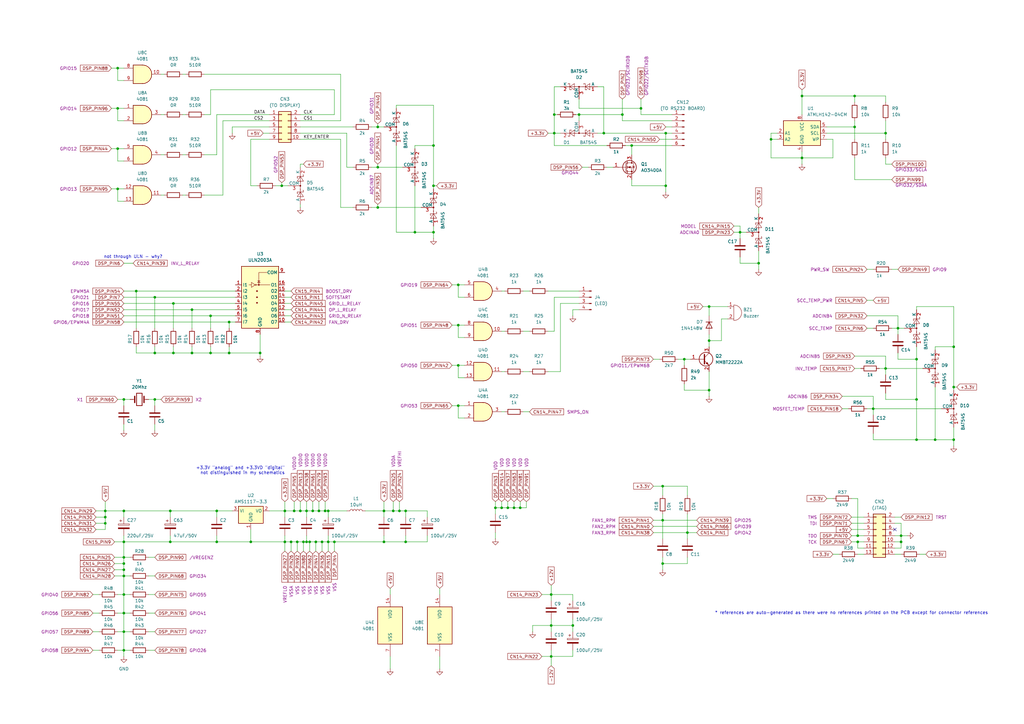
<source format=kicad_sch>
(kicad_sch (version 20250114) (generator "eeschema") (generator_version "9.0")
  (paper "A3")
  (title_block (title "Anern 10.2kW inverter - DSP board (2/2)") (date "2025-08-15") (comment 1 "Part of board no. 156-050133-00G"))
  (lib_symbols
    (symbol "4xxx:4081" (pin_names (offset 1.016))
      (property "Reference" "U" (at 0 1.27 0))
      (property "Value" "4081" (at 0 -1.27 0))
      (symbol "4081_1_1"
        (pin input line (at -7.62 2.54 0) (length 3.81) (name "~") (number "1"))
        (pin input line (at -7.62 -2.54 0) (length 3.81) (name "~") (number "2"))
        (pin output line (at 7.62 0 180) (length 3.81) (name "~") (number "3"))
      )
      (symbol "4081_1_2"
        (pin input inverted (at -7.62 2.54 0) (length 4.318) (name "~") (number "1"))
        (pin input inverted (at -7.62 -2.54 0) (length 4.318) (name "~") (number "2"))
        (pin output inverted (at 7.62 0 180) (length 3.81) (name "~") (number "3"))
      )
      (symbol "4081_2_1"
        (pin input line (at -7.62 2.54 0) (length 3.81) (name "~") (number "5"))
        (pin input line (at -7.62 -2.54 0) (length 3.81) (name "~") (number "6"))
        (pin output line (at 7.62 0 180) (length 3.81) (name "~") (number "4"))
      )
      (symbol "4081_2_2"
        (pin input inverted (at -7.62 2.54 0) (length 4.318) (name "~") (number "5"))
        (pin input inverted (at -7.62 -2.54 0) (length 4.318) (name "~") (number "6"))
        (pin output inverted (at 7.62 0 180) (length 3.81) (name "~") (number "4"))
      )
      (symbol "4081_3_1"
        (pin input line (at -7.62 2.54 0) (length 3.81) (name "~") (number "8"))
        (pin input line (at -7.62 -2.54 0) (length 3.81) (name "~") (number "9"))
        (pin output line (at 7.62 0 180) (length 3.81) (name "~") (number "10"))
      )
      (symbol "4081_3_2"
        (pin input inverted (at -7.62 2.54 0) (length 4.318) (name "~") (number "8"))
        (pin input inverted (at -7.62 -2.54 0) (length 4.318) (name "~") (number "9"))
        (pin output inverted (at 7.62 0 180) (length 3.81) (name "~") (number "10"))
      )
      (symbol "4081_4_1"
        (pin input line (at -7.62 2.54 0) (length 3.81) (name "~") (number "12"))
        (pin input line (at -7.62 -2.54 0) (length 3.81) (name "~") (number "13"))
        (pin output line (at 7.62 0 180) (length 3.81) (name "~") (number "11"))
      )
      (symbol "4081_4_2"
        (pin input inverted (at -7.62 2.54 0) (length 4.318) (name "~") (number "12"))
        (pin input inverted (at -7.62 -2.54 0) (length 4.318) (name "~") (number "13"))
        (pin output inverted (at 7.62 0 180) (length 3.81) (name "~") (number "11"))
      )
      (symbol "4081_5_0"
        (pin power_in line (at 0 12.7 270) (length 5.08) (name "VDD") (number "14"))
        (pin power_in line (at 0 -12.7 90) (length 5.08) (name "VSS") (number "7"))
      )
    )
    (symbol "Connector:Conn_01x04_Pin" (pin_names (offset 1.016) (hide yes))
      (property "Reference" "J" (at 0 5.08 0))
      (property "Value" "Conn_01x04_Pin" (at 0 -7.62 0))
      (symbol "Conn_01x04_Pin_1_1"
        (pin passive line (at 5.08 2.54 180) (length 3.81) (name "Pin_1") (number "1"))
        (pin passive line (at 5.08 0 180) (length 3.81) (name "Pin_2") (number "2"))
        (pin passive line (at 5.08 -2.54 180) (length 3.81) (name "Pin_3") (number "3"))
        (pin passive line (at 5.08 -5.08 180) (length 3.81) (name "Pin_4") (number "4"))
      )
    )
    (symbol "Connector:Conn_01x06_Pin" (pin_names (offset 1.016) (hide yes))
      (property "Reference" "J" (at 0 7.62 0))
      (property "Value" "Conn_01x06_Pin" (at 0 -10.16 0))
      (symbol "Conn_01x06_Pin_1_1"
        (pin passive line (at 5.08 5.08 180) (length 3.81) (name "Pin_1") (number "1"))
        (pin passive line (at 5.08 2.54 180) (length 3.81) (name "Pin_2") (number "2"))
        (pin passive line (at 5.08 0 180) (length 3.81) (name "Pin_3") (number "3"))
        (pin passive line (at 5.08 -2.54 180) (length 3.81) (name "Pin_4") (number "4"))
        (pin passive line (at 5.08 -5.08 180) (length 3.81) (name "Pin_5") (number "5"))
        (pin passive line (at 5.08 -7.62 180) (length 3.81) (name "Pin_6") (number "6"))
      )
    )
    (symbol "Connector_Generic:Conn_02x05_Odd_Even" (pin_names (offset 1.016) (hide yes))
      (property "Reference" "J" (at 1.27 7.62 0))
      (property "Value" "Conn_02x05_Odd_Even" (at 1.27 -7.62 0))
      (symbol "Conn_02x05_Odd_Even_1_1"
        (pin passive line (at -5.08 5.08 0) (length 3.81) (name "Pin_1") (number "1"))
        (pin passive line (at -5.08 2.54 0) (length 3.81) (name "Pin_3") (number "3"))
        (pin passive line (at -5.08 0 0) (length 3.81) (name "Pin_5") (number "5"))
        (pin passive line (at -5.08 -2.54 0) (length 3.81) (name "Pin_7") (number "7"))
        (pin passive line (at -5.08 -5.08 0) (length 3.81) (name "Pin_9") (number "9"))
        (pin passive line (at 7.62 5.08 180) (length 3.81) (name "Pin_2") (number "2"))
        (pin passive line (at 7.62 2.54 180) (length 3.81) (name "Pin_4") (number "4"))
        (pin passive line (at 7.62 0 180) (length 3.81) (name "Pin_6") (number "6"))
        (pin passive line (at 7.62 -2.54 180) (length 3.81) (name "Pin_8") (number "8"))
        (pin passive line (at 7.62 -5.08 180) (length 3.81) (name "Pin_10") (number "10"))
      )
    )
    (symbol "Connector_Generic:Conn_02x07_Odd_Even" (pin_names (offset 1.016) (hide yes))
      (property "Reference" "J" (at 1.27 10.16 0))
      (property "Value" "Conn_02x07_Odd_Even" (at 1.27 -10.16 0))
      (symbol "Conn_02x07_Odd_Even_1_1"
        (pin passive line (at -5.08 7.62 0) (length 3.81) (name "Pin_1") (number "1"))
        (pin passive line (at -5.08 5.08 0) (length 3.81) (name "Pin_3") (number "3"))
        (pin passive line (at -5.08 2.54 0) (length 3.81) (name "Pin_5") (number "5"))
        (pin passive line (at -5.08 0 0) (length 3.81) (name "Pin_7") (number "7"))
        (pin passive line (at -5.08 -2.54 0) (length 3.81) (name "Pin_9") (number "9"))
        (pin passive line (at -5.08 -5.08 0) (length 3.81) (name "Pin_11") (number "11"))
        (pin passive line (at -5.08 -7.62 0) (length 3.81) (name "Pin_13") (number "13"))
        (pin passive line (at 7.62 7.62 180) (length 3.81) (name "Pin_2") (number "2"))
        (pin passive line (at 7.62 5.08 180) (length 3.81) (name "Pin_4") (number "4"))
        (pin passive line (at 7.62 2.54 180) (length 3.81) (name "Pin_6") (number "6"))
        (pin passive line (at 7.62 0 180) (length 3.81) (name "Pin_8") (number "8"))
        (pin passive line (at 7.62 -2.54 180) (length 3.81) (name "Pin_10") (number "10"))
        (pin passive line (at 7.62 -5.08 180) (length 3.81) (name "Pin_12") (number "12"))
        (pin passive line (at 7.62 -7.62 180) (length 3.81) (name "Pin_14") (number "14"))
      )
    )
    (symbol "Device:Buzzer" (pin_names (offset 0.0254) (hide yes))
      (property "Reference" "BZ" (at 3.81 1.27 0))
      (property "Value" "Buzzer" (at 3.81 -1.27 0))
      (symbol "Buzzer_1_1"
        (pin passive line (at -2.54 2.54 0) (length 2.54) (name "+") (number "1"))
        (pin passive line (at -2.54 -2.54 0) (length 2.54) (name "-") (number "2"))
      )
    )
    (symbol "Device:C" (pin_numbers (hide yes)) (pin_names (offset 0.254))
      (property "Reference" "C" (at 0.635 2.54 0))
      (property "Value" "C" (at 0.635 -2.54 0))
      (symbol "C_1_1"
        (pin passive line (at 0 3.81 270) (length 2.794) (name "~") (number "1"))
        (pin passive line (at 0 -3.81 90) (length 2.794) (name "~") (number "2"))
      )
    )
    (symbol "Device:C_Polarized" (pin_numbers (hide yes)) (pin_names (offset 0.254))
      (property "Reference" "C" (at 0.635 2.54 0))
      (property "Value" "C_Polarized" (at 0.635 -2.54 0))
      (symbol "C_Polarized_1_1"
        (pin passive line (at 0 3.81 270) (length 2.794) (name "~") (number "1"))
        (pin passive line (at 0 -3.81 90) (length 2.794) (name "~") (number "2"))
      )
    )
    (symbol "Device:Crystal" (pin_numbers (hide yes)) (pin_names (offset 1.016) (hide yes))
      (property "Reference" "Y" (at 0 3.81 0))
      (property "Value" "Crystal" (at 0 -3.81 0))
      (symbol "Crystal_1_1"
        (pin passive line (at -3.81 0 0) (length 1.27) (name "1") (number "1"))
        (pin passive line (at 3.81 0 180) (length 1.27) (name "2") (number "2"))
      )
    )
    (symbol "Device:L" (pin_numbers (hide yes)) (pin_names (offset 1.016) (hide yes))
      (property "Reference" "L" (at -1.27 0 90))
      (property "Value" "L" (at 1.905 0 90))
      (symbol "L_1_1"
        (pin passive line (at 0 3.81 270) (length 1.27) (name "1") (number "1"))
        (pin passive line (at 0 -3.81 90) (length 1.27) (name "2") (number "2"))
      )
    )
    (symbol "Device:R" (pin_numbers (hide yes)) (pin_names (offset 0))
      (property "Reference" "R" (at 2.032 0 90))
      (property "Value" "R" (at 0 0 90))
      (symbol "R_1_1"
        (pin passive line (at 0 3.81 270) (length 1.27) (name "~") (number "1"))
        (pin passive line (at 0 -3.81 90) (length 1.27) (name "~") (number "2"))
      )
    )
    (symbol "Diode:1N4148W" (pin_numbers (hide yes)) (pin_names (hide yes))
      (property "Reference" "D" (at 0 2.54 0))
      (property "Value" "1N4148W" (at 0 -2.54 0))
      (symbol "1N4148W_1_1"
        (pin passive line (at -3.81 0 0) (length 2.54) (name "K") (number "1"))
        (pin passive line (at 3.81 0 180) (length 2.54) (name "A") (number "2"))
      )
    )
    (symbol "Diode:BAT54S" (pin_names (offset 0))
      (property "Reference" "D" (at 2.54 -5.08 0))
      (property "Value" "BAT54S" (at -6.35 3.175 0))
      (symbol "BAT54S_1_1"
        (pin passive line (at -7.62 0 0) (length 3.81) (name "A") (number "1"))
        (pin passive line (at 0 -5.08 90) (length 5.08) (name "COM") (number "3"))
        (pin passive line (at 7.62 0 180) (length 3.81) (name "K") (number "2"))
      )
    )
    (symbol "Memory_EEPROM:AT24CS04-SSHM"
      (property "Reference" "U" (at -7.62 6.35 0))
      (property "Value" "AT24CS04-SSHM" (at 2.54 -6.35 0))
      (symbol "AT24CS04-SSHM_1_1"
        (pin input line (at -10.16 0 0) (length 2.54) (name "A1") (number "2"))
        (pin input line (at -10.16 -2.54 0) (length 2.54) (name "A2") (number "3"))
        (pin no_connect line (at -7.62 2.54 0) (length 2.54) (hide yes) (name "NC") (number "1"))
        (pin power_in line (at 0 7.62 270) (length 2.54) (name "VCC") (number "8"))
        (pin power_in line (at 0 -7.62 90) (length 2.54) (name "GND") (number "4"))
        (pin bidirectional line (at 10.16 2.54 180) (length 2.54) (name "SDA") (number "5"))
        (pin input line (at 10.16 0 180) (length 2.54) (name "SCL") (number "6"))
        (pin input line (at 10.16 -2.54 180) (length 2.54) (name "WP") (number "7"))
      )
    )
    (symbol "Regulator_Linear:AMS1117-3.3"
      (property "Reference" "U" (at -3.81 3.175 0))
      (property "Value" "AMS1117-3.3" (at 0 3.175 0))
      (symbol "AMS1117-3.3_1_1"
        (pin power_in line (at -7.62 0 0) (length 2.54) (name "VI") (number "3"))
        (pin power_in line (at 0 -7.62 90) (length 2.54) (name "GND") (number "1"))
        (pin power_out line (at 7.62 0 180) (length 2.54) (name "VO") (number "2"))
      )
    )
    (symbol "Transistor_Array:ULN2003A"
      (property "Reference" "U" (at 0 15.875 0))
      (property "Value" "ULN2003A" (at 0 13.97 0))
      (symbol "ULN2003A_1_1"
        (pin input line (at -10.16 5.08 0) (length 2.54) (name "I1") (number "1"))
        (pin input line (at -10.16 2.54 0) (length 2.54) (name "I2") (number "2"))
        (pin input line (at -10.16 0 0) (length 2.54) (name "I3") (number "3"))
        (pin input line (at -10.16 -2.54 0) (length 2.54) (name "I4") (number "4"))
        (pin input line (at -10.16 -5.08 0) (length 2.54) (name "I5") (number "5"))
        (pin input line (at -10.16 -7.62 0) (length 2.54) (name "I6") (number "6"))
        (pin input line (at -10.16 -10.16 0) (length 2.54) (name "I7") (number "7"))
        (pin power_in line (at 0 -15.24 90) (length 2.54) (name "GND") (number "8"))
        (pin passive line (at 10.16 10.16 180) (length 2.54) (name "COM") (number "9"))
        (pin open_collector line (at 10.16 5.08 180) (length 2.54) (name "O1") (number "16"))
        (pin open_collector line (at 10.16 2.54 180) (length 2.54) (name "O2") (number "15"))
        (pin open_collector line (at 10.16 0 180) (length 2.54) (name "O3") (number "14"))
        (pin open_collector line (at 10.16 -2.54 180) (length 2.54) (name "O4") (number "13"))
        (pin open_collector line (at 10.16 -5.08 180) (length 2.54) (name "O5") (number "12"))
        (pin open_collector line (at 10.16 -7.62 180) (length 2.54) (name "O6") (number "11"))
        (pin open_collector line (at 10.16 -10.16 180) (length 2.54) (name "O7") (number "10"))
      )
    )
    (symbol "Transistor_BJT:MMBT2222A" (pin_names (offset 0) (hide yes))
      (property "Reference" "Q" (at 5.08 1.905 0))
      (property "Value" "MMBT2222A" (at 5.08 0 0))
      (symbol "MMBT2222A_1_1"
        (pin input line (at -5.08 0 0) (length 2.54) (name "B") (number "1"))
        (pin passive line (at 2.54 5.08 270) (length 2.54) (name "C") (number "3"))
        (pin passive line (at 2.54 -5.08 90) (length 2.54) (name "E") (number "2"))
      )
    )
    (symbol "Transistor_FET:AO3400A" (pin_names (hide yes))
      (property "Reference" "Q" (at 5.08 1.905 0))
      (property "Value" "AO3400A" (at 5.08 0 0))
      (symbol "AO3400A_1_1"
        (pin input line (at -5.08 0 0) (length 2.54) (name "G") (number "1"))
        (pin passive line (at 2.54 5.08 270) (length 2.54) (name "D") (number "3"))
        (pin passive line (at 2.54 -5.08 90) (length 2.54) (name "S") (number "2"))
      )
    )
    (symbol "power:GND" (power) (pin_numbers (hide yes)) (pin_names (offset 0) (hide yes))
      (property "Value" "GND" (at 0 -3.81 0))
      (symbol "GND_1_1"
        (pin power_in line (at 0 0 270) (length 0) (name "~") (number "1"))
      )
    )
  )
  (text "* references are auto-generated as there were no references printed on the PCB except for connector references" (at 349.25 251.46 0) (effects (font (size 1.27 1.27))))
  (text "+3.3V \"analog\" and +3.3VD \"digital\"\nnot distinguished in my schematics" (at 116.84 193.04 0) (effects (font (size 1.27 1.27)) (justify right)))
  (text "not through ULN - why?" (at 54.61 105.41 0) (effects (font (size 1.27 1.27))))
  (junction (at 328.93 39.37))
  (junction (at 187.96 166.37))
  (junction (at 281.94 218.44))
  (junction (at 280.67 147.32))
  (junction (at 316.23 57.15))
  (junction (at 273.05 54.61))
  (junction (at 187.96 149.86))
  (junction (at 213.36 208.28))
  (junction (at 48.26 60.96))
  (junction (at 187.96 116.84))
  (junction (at 134.62 222.25))
  (junction (at 375.92 147.32))
  (junction (at 391.16 158.75))
  (junction (at 163.83 209.55))
  (junction (at 255.27 46.99))
  (junction (at 170.18 95.25))
  (junction (at 226.06 256.54))
  (junction (at 116.84 209.55))
  (junction (at 63.5 121.92))
  (junction (at 227.33 46.99))
  (junction (at 63.5 163.83))
  (junction (at 43.18 209.55))
  (junction (at 50.8 222.25))
  (junction (at 166.37 222.25))
  (junction (at 128.27 209.55))
  (junction (at 154.94 52.07))
  (junction (at 43.18 212.09))
  (junction (at 358.14 167.64))
  (junction (at 262.89 44.45))
  (junction (at 93.98 132.08))
  (junction (at 123.19 209.55))
  (junction (at 69.85 209.55))
  (junction (at 71.12 124.46))
  (junction (at 50.8 236.22))
  (junction (at 50.8 259.08))
  (junction (at 125.73 209.55))
  (junction (at 130.81 209.55))
  (junction (at 124.46 222.25))
  (junction (at 78.74 144.78))
  (junction (at 303.53 95.25))
  (junction (at 50.8 163.83))
  (junction (at 48.26 77.47))
  (junction (at 50.8 251.46))
  (junction (at 154.94 85.09))
  (junction (at 50.8 231.14))
  (junction (at 203.2 208.28))
  (junction (at 351.79 222.25))
  (junction (at 48.26 27.94))
  (junction (at 157.48 222.25))
  (junction (at 383.54 180.34))
  (junction (at 177.8 59.69))
  (junction (at 271.78 213.36))
  (junction (at 120.65 209.55))
  (junction (at 106.68 144.78))
  (junction (at 368.3 134.62))
  (junction (at 55.88 119.38))
  (junction (at 177.8 76.2))
  (junction (at 154.94 68.58))
  (junction (at 311.15 107.95))
  (junction (at 328.93 64.77))
  (junction (at 375.92 163.83))
  (junction (at 132.08 222.25))
  (junction (at 43.18 214.63))
  (junction (at 363.22 54.61))
  (junction (at 226.06 243.84))
  (junction (at 71.12 144.78))
  (junction (at 363.22 151.13))
  (junction (at 290.83 139.7))
  (junction (at 391.16 180.34))
  (junction (at 210.82 208.28))
  (junction (at 125.73 222.25))
  (junction (at 369.57 222.25))
  (junction (at 102.87 222.25))
  (junction (at 161.29 209.55))
  (junction (at 50.8 266.7))
  (junction (at 50.8 243.84))
  (junction (at 290.83 160.02))
  (junction (at 350.52 39.37))
  (junction (at 50.8 209.55))
  (junction (at 391.16 142.24))
  (junction (at 88.9 222.25))
  (junction (at 63.5 144.78))
  (junction (at 86.36 144.78))
  (junction (at 119.38 222.25))
  (junction (at 115.57 76.2))
  (junction (at 78.74 127))
  (junction (at 227.33 54.61))
  (junction (at 237.49 46.99))
  (junction (at 271.78 231.14))
  (junction (at 208.28 208.28))
  (junction (at 271.78 199.39))
  (junction (at 351.79 219.71))
  (junction (at 369.57 219.71))
  (junction (at 187.96 133.35))
  (junction (at 234.95 256.54))
  (junction (at 127 222.25))
  (junction (at 290.83 125.73))
  (junction (at 50.8 228.6))
  (junction (at 48.26 44.45))
  (junction (at 350.52 52.07))
  (junction (at 133.35 209.55))
  (junction (at 134.62 209.55))
  (junction (at 129.54 222.25))
  (junction (at 226.06 269.24))
  (junction (at 93.98 144.78))
  (junction (at 166.37 209.55))
  (junction (at 157.48 209.55))
  (junction (at 137.16 222.25))
  (junction (at 69.85 222.25))
  (junction (at 273.05 76.2))
  (junction (at 177.8 95.25))
  (junction (at 205.74 208.28))
  (junction (at 86.36 129.54))
  (junction (at 375.92 180.34))
  (junction (at 50.8 233.68))
  (junction (at 116.84 222.25))
  (junction (at 259.08 59.69))
  (junction (at 88.9 209.55))
  (junction (at 247.65 54.61))
  (junction (at 121.92 222.25))
  (no_connect (at 367.03 217.17))
  (wire (pts (xy 187.96 138.43) (xy 187.96 133.35)))
  (wire (pts (xy 224.79 135.89) (xy 227.33 135.89)))
  (wire (pts (xy 116.84 121.92) (xy 119.38 121.92)))
  (wire (pts (xy 328.93 39.37) (xy 350.52 39.37)))
  (wire (pts (xy 267.97 215.9) (xy 285.75 215.9)))
  (wire (pts (xy 50.8 222.25) (xy 50.8 228.6)))
  (wire (pts (xy 237.49 40.64) (xy 237.49 44.45)))
  (wire (pts (xy 166.37 222.25) (xy 157.48 222.25)))
  (wire (pts (xy 50.8 236.22) (xy 50.8 233.68)))
  (wire (pts (xy 350.52 52.07) (xy 350.52 49.53)))
  (wire (pts (xy 303.53 92.71) (xy 303.53 95.25)))
  (wire (pts (xy 116.84 212.09) (xy 116.84 209.55)))
  (wire (pts (xy 134.62 219.71) (xy 134.62 222.25)))
  (wire (pts (xy 154.94 52.07) (xy 157.48 52.07)))
  (wire (pts (xy 124.46 222.25) (xy 121.92 222.25)))
  (wire (pts (xy 275.59 54.61) (xy 273.05 54.61)))
  (wire (pts (xy 205.74 135.89) (xy 207.01 135.89)))
  (wire (pts (xy 229.87 124.46) (xy 237.49 124.46)))
  (wire (pts (xy 134.62 209.55) (xy 142.24 209.55)))
  (wire (pts (xy 328.93 39.37) (xy 328.93 46.99)))
  (wire (pts (xy 177.8 76.2) (xy 177.8 77.47)))
  (wire (pts (xy 166.37 219.71) (xy 166.37 222.25)))
  (wire (pts (xy 116.84 209.55) (xy 110.49 209.55)))
  (wire (pts (xy 116.84 219.71) (xy 116.84 222.25)))
  (wire (pts (xy 355.6 123.19) (xy 358.14 123.19)))
  (wire (pts (xy 339.09 57.15) (xy 341.63 57.15)))
  (wire (pts (xy 50.8 66.04) (xy 48.26 66.04)))
  (wire (pts (xy 50.8 269.24) (xy 50.8 266.7)))
  (wire (pts (xy 375.92 125.73) (xy 391.16 125.73)))
  (wire (pts (xy 50.8 82.55) (xy 48.26 82.55)))
  (wire (pts (xy 38.1 243.84) (xy 40.64 243.84)))
  (wire (pts (xy 271.78 210.82) (xy 271.78 213.36)))
  (wire (pts (xy 203.2 218.44) (xy 203.2 220.98)))
  (wire (pts (xy 175.26 209.55) (xy 166.37 209.55)))
  (wire (pts (xy 222.25 243.84) (xy 226.06 243.84)))
  (wire (pts (xy 234.95 269.24) (xy 226.06 269.24)))
  (wire (pts (xy 45.72 77.47) (xy 48.26 77.47)))
  (wire (pts (xy 106.68 144.78) (xy 106.68 146.05)))
  (wire (pts (xy 66.04 30.48) (xy 67.31 30.48)))
  (wire (pts (xy 363.22 67.31) (xy 365.76 67.31)))
  (wire (pts (xy 237.49 49.53) (xy 237.49 46.99)))
  (wire (pts (xy 132.08 222.25) (xy 132.08 226.06)))
  (wire (pts (xy 262.89 46.99) (xy 275.59 46.99)))
  (wire (pts (xy 154.94 50.8) (xy 154.94 52.07)))
  (wire (pts (xy 50.8 124.46) (xy 71.12 124.46)))
  (wire (pts (xy 363.22 54.61) (xy 363.22 49.53)))
  (wire (pts (xy 91.44 80.01) (xy 91.44 49.53)))
  (wire (pts (xy 43.18 205.74) (xy 43.18 209.55)))
  (wire (pts (xy 46.99 236.22) (xy 50.8 236.22)))
  (wire (pts (xy 259.08 76.2) (xy 273.05 76.2)))
  (wire (pts (xy 259.08 63.5) (xy 259.08 59.69)))
  (wire (pts (xy 170.18 59.69) (xy 177.8 59.69)))
  (wire (pts (xy 227.33 135.89) (xy 227.33 121.92)))
  (wire (pts (xy 137.16 222.25) (xy 137.16 226.06)))
  (wire (pts (xy 121.92 222.25) (xy 119.38 222.25)))
  (wire (pts (xy 351.79 222.25) (xy 354.33 222.25)))
  (wire (pts (xy 227.33 121.92) (xy 237.49 121.92)))
  (wire (pts (xy 137.16 222.25) (xy 134.62 222.25)))
  (wire (pts (xy 134.62 222.25) (xy 132.08 222.25)))
  (wire (pts (xy 160.02 241.3) (xy 160.02 243.84)))
  (wire (pts (xy 157.48 209.55) (xy 149.86 209.55)))
  (wire (pts (xy 383.54 180.34) (xy 391.16 180.34)))
  (wire (pts (xy 43.18 209.55) (xy 50.8 209.55)))
  (wire (pts (xy 248.92 68.58) (xy 251.46 68.58)))
  (wire (pts (xy 166.37 209.55) (xy 163.83 209.55)))
  (wire (pts (xy 281.94 231.14) (xy 271.78 231.14)))
  (wire (pts (xy 328.93 64.77) (xy 328.93 67.31)))
  (wire (pts (xy 74.93 30.48) (xy 76.2 30.48)))
  (wire (pts (xy 363.22 39.37) (xy 350.52 39.37)))
  (wire (pts (xy 55.88 142.24) (xy 55.88 144.78)))
  (wire (pts (xy 226.06 240.03) (xy 226.06 243.84)))
  (wire (pts (xy 375.92 163.83) (xy 375.92 180.34)))
  (wire (pts (xy 78.74 134.62) (xy 78.74 127)))
  (wire (pts (xy 170.18 59.69) (xy 170.18 60.96)))
  (wire (pts (xy 280.67 160.02) (xy 290.83 160.02)))
  (wire (pts (xy 69.85 209.55) (xy 88.9 209.55)))
  (wire (pts (xy 234.95 127) (xy 234.95 129.54)))
  (wire (pts (xy 205.74 205.74) (xy 205.74 208.28)))
  (wire (pts (xy 154.94 85.09) (xy 172.72 85.09)))
  (wire (pts (xy 316.23 54.61) (xy 316.23 57.15)))
  (wire (pts (xy 290.83 125.73) (xy 298.45 125.73)))
  (wire (pts (xy 175.26 212.09) (xy 175.26 209.55)))
  (wire (pts (xy 281.94 210.82) (xy 281.94 218.44)))
  (wire (pts (xy 190.5 154.94) (xy 187.96 154.94)))
  (wire (pts (xy 110.49 57.15) (xy 102.87 57.15)))
  (wire (pts (xy 125.73 205.74) (xy 125.73 209.55)))
  (wire (pts (xy 267.97 218.44) (xy 281.94 218.44)))
  (wire (pts (xy 177.8 92.71) (xy 177.8 95.25)))
  (wire (pts (xy 391.16 158.75) (xy 392.43 158.75)))
  (wire (pts (xy 190.5 171.45) (xy 187.96 171.45)))
  (wire (pts (xy 237.49 127) (xy 234.95 127)))
  (wire (pts (xy 53.34 243.84) (xy 50.8 243.84)))
  (wire (pts (xy 132.08 222.25) (xy 129.54 222.25)))
  (wire (pts (xy 63.5 142.24) (xy 63.5 144.78)))
  (wire (pts (xy 214.63 152.4) (xy 217.17 152.4)))
  (wire (pts (xy 369.57 224.79) (xy 367.03 224.79)))
  (wire (pts (xy 311.15 85.09) (xy 311.15 87.63)))
  (wire (pts (xy 50.8 266.7) (xy 50.8 259.08)))
  (wire (pts (xy 170.18 76.2) (xy 170.18 95.25)))
  (wire (pts (xy 50.8 121.92) (xy 63.5 121.92)))
  (wire (pts (xy 48.26 27.94) (xy 50.8 27.94)))
  (wire (pts (xy 50.8 107.95) (xy 54.61 107.95)))
  (wire (pts (xy 368.3 134.62) (xy 368.3 137.16)))
  (wire (pts (xy 180.34 269.24) (xy 180.34 274.32)))
  (wire (pts (xy 50.8 33.02) (xy 48.26 33.02)))
  (wire (pts (xy 363.22 41.91) (xy 363.22 39.37)))
  (wire (pts (xy 262.89 44.45) (xy 262.89 46.99)))
  (wire (pts (xy 63.5 144.78) (xy 71.12 144.78)))
  (wire (pts (xy 71.12 124.46) (xy 96.52 124.46)))
  (wire (pts (xy 177.8 95.25) (xy 177.8 97.79)))
  (wire (pts (xy 161.29 209.55) (xy 157.48 209.55)))
  (wire (pts (xy 187.96 116.84) (xy 190.5 116.84)))
  (wire (pts (xy 278.13 147.32) (xy 280.67 147.32)))
  (wire (pts (xy 142.24 54.61) (xy 142.24 68.58)))
  (wire (pts (xy 38.1 251.46) (xy 40.64 251.46)))
  (wire (pts (xy 142.24 68.58) (xy 144.78 68.58)))
  (wire (pts (xy 71.12 144.78) (xy 78.74 144.78)))
  (wire (pts (xy 295.91 130.81) (xy 295.91 139.7)))
  (wire (pts (xy 218.44 259.08) (xy 218.44 256.54)))
  (wire (pts (xy 130.81 209.55) (xy 128.27 209.55)))
  (wire (pts (xy 102.87 222.25) (xy 88.9 222.25)))
  (wire (pts (xy 177.8 76.2) (xy 179.07 76.2)))
  (wire (pts (xy 290.83 139.7) (xy 295.91 139.7)))
  (wire (pts (xy 50.8 251.46) (xy 50.8 243.84)))
  (wire (pts (xy 367.03 227.33) (xy 369.57 227.33)))
  (wire (pts (xy 369.57 219.71) (xy 372.11 219.71)))
  (wire (pts (xy 267.97 213.36) (xy 271.78 213.36)))
  (wire (pts (xy 215.9 208.28) (xy 213.36 208.28)))
  (wire (pts (xy 213.36 208.28) (xy 210.82 208.28)))
  (wire (pts (xy 157.48 212.09) (xy 157.48 209.55)))
  (wire (pts (xy 50.8 163.83) (xy 53.34 163.83)))
  (wire (pts (xy 161.29 205.74) (xy 161.29 209.55)))
  (wire (pts (xy 350.52 146.05) (xy 363.22 146.05)))
  (wire (pts (xy 55.88 144.78) (xy 63.5 144.78)))
  (wire (pts (xy 367.03 222.25) (xy 369.57 222.25)))
  (wire (pts (xy 185.42 149.86) (xy 187.96 149.86)))
  (wire (pts (xy 185.42 166.37) (xy 187.96 166.37)))
  (wire (pts (xy 190.5 121.92) (xy 187.96 121.92)))
  (wire (pts (xy 163.83 209.55) (xy 161.29 209.55)))
  (wire (pts (xy 205.74 152.4) (xy 207.01 152.4)))
  (wire (pts (xy 63.5 236.22) (xy 60.96 236.22)))
  (wire (pts (xy 363.22 151.13) (xy 363.22 153.67)))
  (wire (pts (xy 349.25 219.71) (xy 351.79 219.71)))
  (wire (pts (xy 162.56 95.25) (xy 170.18 95.25)))
  (wire (pts (xy 139.7 49.53) (xy 123.19 49.53)))
  (wire (pts (xy 123.19 205.74) (xy 123.19 209.55)))
  (wire (pts (xy 368.3 134.62) (xy 370.84 134.62)))
  (wire (pts (xy 93.98 144.78) (xy 106.68 144.78)))
  (wire (pts (xy 129.54 222.25) (xy 129.54 226.06)))
  (wire (pts (xy 48.26 60.96) (xy 50.8 60.96)))
  (wire (pts (xy 119.38 222.25) (xy 116.84 222.25)))
  (wire (pts (xy 267.97 147.32) (xy 270.51 147.32)))
  (wire (pts (xy 50.8 163.83) (xy 50.8 166.37)))
  (wire (pts (xy 86.36 142.24) (xy 86.36 144.78)))
  (wire (pts (xy 271.78 203.2) (xy 271.78 199.39)))
  (wire (pts (xy 123.19 46.99) (xy 137.16 46.99)))
  (wire (pts (xy 88.9 63.5) (xy 88.9 46.99)))
  (wire (pts (xy 345.44 167.64) (xy 347.98 167.64)))
  (wire (pts (xy 318.77 54.61) (xy 316.23 54.61)))
  (wire (pts (xy 139.7 30.48) (xy 139.7 49.53)))
  (wire (pts (xy 137.16 46.99) (xy 137.16 36.83)))
  (wire (pts (xy 365.76 73.66) (xy 350.52 73.66)))
  (wire (pts (xy 43.18 209.55) (xy 39.37 209.55)))
  (wire (pts (xy 91.44 49.53) (xy 110.49 49.53)))
  (wire (pts (xy 127 222.25) (xy 127 226.06)))
  (wire (pts (xy 45.72 44.45) (xy 48.26 44.45)))
  (wire (pts (xy 214.63 135.89) (xy 217.17 135.89)))
  (wire (pts (xy 74.93 80.01) (xy 76.2 80.01)))
  (wire (pts (xy 160.02 269.24) (xy 160.02 274.32)))
  (wire (pts (xy 355.6 129.54) (xy 368.3 129.54)))
  (wire (pts (xy 259.08 59.69) (xy 275.59 59.69)))
  (wire (pts (xy 363.22 146.05) (xy 363.22 151.13)))
  (wire (pts (xy 63.5 173.99) (xy 63.5 176.53)))
  (wire (pts (xy 255.27 40.64) (xy 255.27 46.99)))
  (wire (pts (xy 234.95 243.84) (xy 226.06 243.84)))
  (wire (pts (xy 350.52 151.13) (xy 353.06 151.13)))
  (wire (pts (xy 226.06 259.08) (xy 226.06 256.54)))
  (wire (pts (xy 83.82 46.99) (xy 86.36 46.99)))
  (wire (pts (xy 367.03 219.71) (xy 369.57 219.71)))
  (wire (pts (xy 185.42 133.35) (xy 187.96 133.35)))
  (wire (pts (xy 391.16 158.75) (xy 391.16 160.02)))
  (wire (pts (xy 237.49 44.45) (xy 262.89 44.45)))
  (wire (pts (xy 48.26 259.08) (xy 50.8 259.08)))
  (wire (pts (xy 273.05 52.07) (xy 275.59 52.07)))
  (wire (pts (xy 187.96 166.37) (xy 190.5 166.37)))
  (wire (pts (xy 214.63 119.38) (xy 217.17 119.38)))
  (wire (pts (xy 226.06 269.24) (xy 226.06 266.7)))
  (wire (pts (xy 116.84 127) (xy 119.38 127)))
  (wire (pts (xy 78.74 127) (xy 96.52 127)))
  (wire (pts (xy 210.82 205.74) (xy 210.82 208.28)))
  (wire (pts (xy 123.19 54.61) (xy 142.24 54.61)))
  (wire (pts (xy 48.26 82.55) (xy 48.26 77.47)))
  (wire (pts (xy 78.74 144.78) (xy 86.36 144.78)))
  (wire (pts (xy 139.7 85.09) (xy 144.78 85.09)))
  (wire (pts (xy 227.33 46.99) (xy 228.6 46.99)))
  (wire (pts (xy 367.03 212.09) (xy 369.57 212.09)))
  (wire (pts (xy 53.34 251.46) (xy 50.8 251.46)))
  (wire (pts (xy 383.54 142.24) (xy 383.54 143.51)))
  (wire (pts (xy 88.9 46.99) (xy 110.49 46.99)))
  (wire (pts (xy 125.73 219.71) (xy 125.73 222.25)))
  (wire (pts (xy 350.52 52.07) (xy 350.52 57.15)))
  (wire (pts (xy 383.54 142.24) (xy 391.16 142.24)))
  (wire (pts (xy 368.3 144.78) (xy 368.3 147.32)))
  (wire (pts (xy 311.15 102.87) (xy 311.15 107.95)))
  (wire (pts (xy 50.8 132.08) (xy 93.98 132.08)))
  (wire (pts (xy 300.99 92.71) (xy 303.53 92.71)))
  (wire (pts (xy 280.67 149.86) (xy 280.67 147.32)))
  (wire (pts (xy 341.63 227.33) (xy 344.17 227.33)))
  (wire (pts (xy 226.06 243.84) (xy 226.06 246.38)))
  (wire (pts (xy 187.96 154.94) (xy 187.96 149.86)))
  (wire (pts (xy 48.26 163.83) (xy 50.8 163.83)))
  (wire (pts (xy 50.8 209.55) (xy 50.8 212.09)))
  (wire (pts (xy 271.78 199.39) (xy 281.94 199.39)))
  (wire (pts (xy 63.5 134.62) (xy 63.5 121.92)))
  (wire (pts (xy 39.37 217.17) (xy 43.18 217.17)))
  (wire (pts (xy 303.53 95.25) (xy 306.07 95.25)))
  (wire (pts (xy 106.68 137.16) (xy 106.68 144.78)))
  (wire (pts (xy 71.12 134.62) (xy 71.12 124.46)))
  (wire (pts (xy 43.18 217.17) (xy 43.18 214.63)))
  (wire (pts (xy 130.81 205.74) (xy 130.81 209.55)))
  (wire (pts (xy 116.84 129.54) (xy 119.38 129.54)))
  (wire (pts (xy 48.26 251.46) (xy 50.8 251.46)))
  (wire (pts (xy 218.44 256.54) (xy 226.06 256.54)))
  (wire (pts (xy 281.94 218.44) (xy 285.75 218.44)))
  (wire (pts (xy 234.95 254) (xy 234.95 256.54)))
  (wire (pts (xy 180.34 241.3) (xy 180.34 243.84)))
  (wire (pts (xy 86.36 46.99) (xy 86.36 36.83)))
  (wire (pts (xy 255.27 49.53) (xy 275.59 49.53)))
  (wire (pts (xy 224.79 152.4) (xy 229.87 152.4)))
  (wire (pts (xy 355.6 167.64) (xy 358.14 167.64)))
  (wire (pts (xy 134.62 212.09) (xy 134.62 209.55)))
  (wire (pts (xy 234.95 246.38) (xy 234.95 243.84)))
  (wire (pts (xy 133.35 205.74) (xy 133.35 209.55)))
  (wire (pts (xy 345.44 162.56) (xy 358.14 162.56)))
  (wire (pts (xy 88.9 209.55) (xy 95.25 209.55)))
  (wire (pts (xy 129.54 222.25) (xy 127 222.25)))
  (wire (pts (xy 224.79 119.38) (xy 237.49 119.38)))
  (wire (pts (xy 271.78 231.14) (xy 271.78 233.68)))
  (wire (pts (xy 355.6 110.49) (xy 358.14 110.49)))
  (wire (pts (xy 50.8 129.54) (xy 86.36 129.54)))
  (wire (pts (xy 290.83 129.54) (xy 290.83 125.73)))
  (wire (pts (xy 50.8 233.68) (xy 50.8 231.14)))
  (wire (pts (xy 134.62 209.55) (xy 133.35 209.55)))
  (wire (pts (xy 107.95 54.61) (xy 110.49 54.61)))
  (wire (pts (xy 227.33 46.99) (xy 227.33 54.61)))
  (wire (pts (xy 236.22 46.99) (xy 237.49 46.99)))
  (wire (pts (xy 53.34 228.6) (xy 50.8 228.6)))
  (wire (pts (xy 288.29 125.73) (xy 290.83 125.73)))
  (wire (pts (xy 115.57 76.2) (xy 118.11 76.2)))
  (wire (pts (xy 38.1 259.08) (xy 40.64 259.08)))
  (wire (pts (xy 280.67 157.48) (xy 280.67 160.02)))
  (wire (pts (xy 116.84 222.25) (xy 116.84 226.06)))
  (wire (pts (xy 86.36 144.78) (xy 93.98 144.78)))
  (wire (pts (xy 303.53 107.95) (xy 311.15 107.95)))
  (wire (pts (xy 88.9 222.25) (xy 69.85 222.25)))
  (wire (pts (xy 102.87 76.2) (xy 105.41 76.2)))
  (wire (pts (xy 259.08 73.66) (xy 259.08 76.2)))
  (wire (pts (xy 83.82 80.01) (xy 91.44 80.01)))
  (wire (pts (xy 119.38 222.25) (xy 119.38 226.06)))
  (wire (pts (xy 115.57 74.93) (xy 115.57 76.2)))
  (wire (pts (xy 391.16 180.34) (xy 391.16 182.88)))
  (wire (pts (xy 123.19 57.15) (xy 139.7 57.15)))
  (wire (pts (xy 48.26 77.47) (xy 50.8 77.47)))
  (wire (pts (xy 63.5 243.84) (xy 60.96 243.84)))
  (wire (pts (xy 369.57 219.71) (xy 369.57 222.25)))
  (wire (pts (xy 203.2 208.28) (xy 203.2 210.82)))
  (wire (pts (xy 375.92 142.24) (xy 375.92 147.32)))
  (wire (pts (xy 69.85 219.71) (xy 69.85 222.25)))
  (wire (pts (xy 69.85 209.55) (xy 69.85 212.09)))
  (wire (pts (xy 368.3 147.32) (xy 375.92 147.32)))
  (wire (pts (xy 187.96 149.86) (xy 190.5 149.86)))
  (wire (pts (xy 63.5 259.08) (xy 60.96 259.08)))
  (wire (pts (xy 177.8 43.18) (xy 177.8 59.69)))
  (wire (pts (xy 63.5 251.46) (xy 60.96 251.46)))
  (wire (pts (xy 152.4 68.58) (xy 154.94 68.58)))
  (wire (pts (xy 162.56 43.18) (xy 177.8 43.18)))
  (wire (pts (xy 120.65 205.74) (xy 120.65 209.55)))
  (wire (pts (xy 185.42 116.84) (xy 187.96 116.84)))
  (wire (pts (xy 139.7 57.15) (xy 139.7 85.09)))
  (wire (pts (xy 83.82 30.48) (xy 139.7 30.48)))
  (wire (pts (xy 290.83 160.02) (xy 290.83 162.56)))
  (wire (pts (xy 358.14 162.56) (xy 358.14 167.64)))
  (wire (pts (xy 234.95 266.7) (xy 234.95 269.24)))
  (wire (pts (xy 290.83 152.4) (xy 290.83 160.02)))
  (wire (pts (xy 379.73 227.33) (xy 377.19 227.33)))
  (wire (pts (xy 351.79 204.47) (xy 351.79 219.71)))
  (wire (pts (xy 38.1 266.7) (xy 40.64 266.7)))
  (wire (pts (xy 227.33 54.61) (xy 229.87 54.61)))
  (wire (pts (xy 53.34 259.08) (xy 50.8 259.08)))
  (wire (pts (xy 238.76 68.58) (xy 241.3 68.58)))
  (wire (pts (xy 116.84 205.74) (xy 116.84 209.55)))
  (wire (pts (xy 53.34 236.22) (xy 50.8 236.22)))
  (wire (pts (xy 113.03 76.2) (xy 115.57 76.2)))
  (wire (pts (xy 339.09 204.47) (xy 341.63 204.47)))
  (wire (pts (xy 55.88 134.62) (xy 55.88 119.38)))
  (wire (pts (xy 96.52 132.08) (xy 93.98 132.08)))
  (wire (pts (xy 341.63 64.77) (xy 328.93 64.77)))
  (wire (pts (xy 391.16 125.73) (xy 391.16 142.24)))
  (wire (pts (xy 203.2 205.74) (xy 203.2 208.28)))
  (wire (pts (xy 328.93 62.23) (xy 328.93 64.77)))
  (wire (pts (xy 255.27 46.99) (xy 255.27 49.53)))
  (wire (pts (xy 157.48 219.71) (xy 157.48 222.25)))
  (wire (pts (xy 349.25 204.47) (xy 351.79 204.47)))
  (wire (pts (xy 349.25 217.17) (xy 354.33 217.17)))
  (wire (pts (xy 256.54 59.69) (xy 259.08 59.69)))
  (wire (pts (xy 63.5 228.6) (xy 60.96 228.6)))
  (wire (pts (xy 227.33 59.69) (xy 227.33 54.61)))
  (wire (pts (xy 120.65 209.55) (xy 116.84 209.55)))
  (wire (pts (xy 177.8 59.69) (xy 177.8 76.2)))
  (wire (pts (xy 78.74 142.24) (xy 78.74 144.78)))
  (wire (pts (xy 71.12 142.24) (xy 71.12 144.78)))
  (wire (pts (xy 215.9 205.74) (xy 215.9 208.28)))
  (wire (pts (xy 271.78 213.36) (xy 271.78 220.98)))
  (wire (pts (xy 116.84 124.46) (xy 119.38 124.46)))
  (wire (pts (xy 316.23 64.77) (xy 328.93 64.77)))
  (wire (pts (xy 355.6 134.62) (xy 358.14 134.62)))
  (wire (pts (xy 367.03 214.63) (xy 369.57 214.63)))
  (wire (pts (xy 245.11 35.56) (xy 247.65 35.56)))
  (wire (pts (xy 86.36 129.54) (xy 96.52 129.54)))
  (wire (pts (xy 128.27 205.74) (xy 128.27 209.55)))
  (wire (pts (xy 95.25 54.61) (xy 95.25 52.07)))
  (wire (pts (xy 163.83 205.74) (xy 163.83 209.55)))
  (wire (pts (xy 349.25 212.09) (xy 354.33 212.09)))
  (wire (pts (xy 46.99 233.68) (xy 50.8 233.68)))
  (wire (pts (xy 63.5 266.7) (xy 60.96 266.7)))
  (wire (pts (xy 280.67 147.32) (xy 283.21 147.32)))
  (wire (pts (xy 162.56 43.18) (xy 162.56 44.45)))
  (wire (pts (xy 50.8 222.25) (xy 69.85 222.25)))
  (wire (pts (xy 208.28 205.74) (xy 208.28 208.28)))
  (wire (pts (xy 391.16 175.26) (xy 391.16 180.34)))
  (wire (pts (xy 365.76 134.62) (xy 368.3 134.62)))
  (wire (pts (xy 133.35 209.55) (xy 130.81 209.55)))
  (wire (pts (xy 229.87 152.4) (xy 229.87 124.46)))
  (wire (pts (xy 48.26 243.84) (xy 50.8 243.84)))
  (wire (pts (xy 316.23 57.15) (xy 316.23 64.77)))
  (wire (pts (xy 351.79 227.33) (xy 354.33 227.33)))
  (wire (pts (xy 102.87 217.17) (xy 102.87 222.25)))
  (wire (pts (xy 166.37 212.09) (xy 166.37 209.55)))
  (wire (pts (xy 88.9 219.71) (xy 88.9 222.25)))
  (wire (pts (xy 162.56 59.69) (xy 162.56 95.25)))
  (wire (pts (xy 375.92 125.73) (xy 375.92 127)))
  (wire (pts (xy 213.36 205.74) (xy 213.36 208.28)))
  (wire (pts (xy 363.22 163.83) (xy 375.92 163.83)))
  (wire (pts (xy 60.96 163.83) (xy 63.5 163.83)))
  (wire (pts (xy 281.94 228.6) (xy 281.94 231.14)))
  (wire (pts (xy 290.83 137.16) (xy 290.83 139.7)))
  (wire (pts (xy 63.5 121.92) (xy 96.52 121.92)))
  (wire (pts (xy 311.15 107.95) (xy 311.15 110.49)))
  (wire (pts (xy 245.11 54.61) (xy 247.65 54.61)))
  (wire (pts (xy 222.25 269.24) (xy 226.06 269.24)))
  (wire (pts (xy 63.5 163.83) (xy 66.04 163.83)))
  (wire (pts (xy 48.26 266.7) (xy 50.8 266.7)))
  (wire (pts (xy 208.28 208.28) (xy 205.74 208.28)))
  (wire (pts (xy 339.09 54.61) (xy 363.22 54.61)))
  (wire (pts (xy 234.95 256.54) (xy 226.06 256.54)))
  (wire (pts (xy 341.63 57.15) (xy 341.63 64.77)))
  (wire (pts (xy 152.4 52.07) (xy 154.94 52.07)))
  (wire (pts (xy 123.19 67.31) (xy 123.19 68.58)))
  (wire (pts (xy 205.74 119.38) (xy 207.01 119.38)))
  (wire (pts (xy 358.14 167.64) (xy 386.08 167.64)))
  (wire (pts (xy 102.87 57.15) (xy 102.87 76.2)))
  (wire (pts (xy 205.74 208.28) (xy 203.2 208.28)))
  (wire (pts (xy 50.8 49.53) (xy 48.26 49.53)))
  (wire (pts (xy 48.26 33.02) (xy 48.26 27.94)))
  (wire (pts (xy 328.93 36.83) (xy 328.93 39.37)))
  (wire (pts (xy 154.94 83.82) (xy 154.94 85.09)))
  (wire (pts (xy 50.8 231.14) (xy 50.8 228.6)))
  (wire (pts (xy 187.96 133.35) (xy 190.5 133.35)))
  (wire (pts (xy 205.74 168.91) (xy 207.01 168.91)))
  (wire (pts (xy 39.37 212.09) (xy 43.18 212.09)))
  (wire (pts (xy 45.72 27.94) (xy 48.26 27.94)))
  (wire (pts (xy 50.8 173.99) (xy 50.8 176.53)))
  (wire (pts (xy 50.8 119.38) (xy 55.88 119.38)))
  (wire (pts (xy 63.5 163.83) (xy 63.5 166.37)))
  (wire (pts (xy 48.26 49.53) (xy 48.26 44.45)))
  (wire (pts (xy 74.93 46.99) (xy 76.2 46.99)))
  (wire (pts (xy 86.36 36.83) (xy 137.16 36.83)))
  (wire (pts (xy 43.18 212.09) (xy 43.18 209.55)))
  (wire (pts (xy 50.8 209.55) (xy 69.85 209.55)))
  (wire (pts (xy 128.27 209.55) (xy 125.73 209.55)))
  (wire (pts (xy 349.25 222.25) (xy 351.79 222.25)))
  (wire (pts (xy 50.8 127) (xy 78.74 127)))
  (wire (pts (xy 50.8 219.71) (xy 50.8 222.25)))
  (wire (pts (xy 50.8 243.84) (xy 50.8 236.22)))
  (wire (pts (xy 125.73 209.55) (xy 123.19 209.55)))
  (wire (pts (xy 43.18 214.63) (xy 43.18 212.09)))
  (wire (pts (xy 234.95 259.08) (xy 234.95 256.54)))
  (wire (pts (xy 300.99 95.25) (xy 303.53 95.25)))
  (wire (pts (xy 123.19 209.55) (xy 120.65 209.55)))
  (wire (pts (xy 93.98 142.24) (xy 93.98 144.78)))
  (wire (pts (xy 48.26 44.45) (xy 50.8 44.45)))
  (wire (pts (xy 358.14 177.8) (xy 358.14 180.34)))
  (wire (pts (xy 46.99 222.25) (xy 50.8 222.25)))
  (wire (pts (xy 237.49 46.99) (xy 255.27 46.99)))
  (wire (pts (xy 247.65 35.56) (xy 247.65 54.61)))
  (wire (pts (xy 303.53 95.25) (xy 303.53 97.79)))
  (wire (pts (xy 271.78 199.39) (xy 267.97 199.39)))
  (wire (pts (xy 116.84 119.38) (xy 119.38 119.38)))
  (wire (pts (xy 363.22 64.77) (xy 363.22 67.31)))
  (wire (pts (xy 248.92 59.69) (xy 227.33 59.69)))
  (wire (pts (xy 369.57 219.71) (xy 369.57 214.63)))
  (wire (pts (xy 363.22 161.29) (xy 363.22 163.83)))
  (wire (pts (xy 375.92 147.32) (xy 375.92 163.83)))
  (wire (pts (xy 66.04 63.5) (xy 67.31 63.5)))
  (wire (pts (xy 303.53 105.41) (xy 303.53 107.95)))
  (wire (pts (xy 125.73 212.09) (xy 125.73 209.55)))
  (wire (pts (xy 190.5 138.43) (xy 187.96 138.43)))
  (wire (pts (xy 74.93 63.5) (xy 76.2 63.5)))
  (wire (pts (xy 134.62 222.25) (xy 134.62 226.06)))
  (wire (pts (xy 226.06 254) (xy 226.06 256.54)))
  (wire (pts (xy 281.94 203.2) (xy 281.94 199.39)))
  (wire (pts (xy 224.79 54.61) (xy 227.33 54.61)))
  (wire (pts (xy 66.04 80.01) (xy 67.31 80.01)))
  (wire (pts (xy 175.26 219.71) (xy 175.26 222.25)))
  (wire (pts (xy 125.73 222.25) (xy 124.46 222.25)))
  (wire (pts (xy 53.34 266.7) (xy 50.8 266.7)))
  (wire (pts (xy 247.65 54.61) (xy 273.05 54.61)))
  (wire (pts (xy 55.88 119.38) (xy 96.52 119.38)))
  (wire (pts (xy 86.36 134.62) (xy 86.36 129.54)))
  (wire (pts (xy 363.22 54.61) (xy 363.22 57.15)))
  (wire (pts (xy 226.06 273.05) (xy 226.06 269.24)))
  (wire (pts (xy 66.04 46.99) (xy 67.31 46.99)))
  (wire (pts (xy 290.83 139.7) (xy 290.83 142.24)))
  (wire (pts (xy 351.79 219.71) (xy 354.33 219.71)))
  (wire (pts (xy 210.82 208.28) (xy 208.28 208.28)))
  (wire (pts (xy 170.18 95.25) (xy 177.8 95.25)))
  (wire (pts (xy 121.92 222.25) (xy 121.92 226.06)))
  (wire (pts (xy 354.33 224.79) (xy 351.79 224.79)))
  (wire (pts (xy 116.84 132.08) (xy 119.38 132.08)))
  (wire (pts (xy 227.33 35.56) (xy 227.33 46.99)))
  (wire (pts (xy 83.82 63.5) (xy 88.9 63.5)))
  (wire (pts (xy 358.14 167.64) (xy 358.14 170.18)))
  (wire (pts (xy 124.46 222.25) (xy 124.46 226.06)))
  (wire (pts (xy 157.48 222.25) (xy 137.16 222.25)))
  (wire (pts (xy 187.96 171.45) (xy 187.96 166.37)))
  (wire (pts (xy 116.84 222.25) (xy 102.87 222.25)))
  (wire (pts (xy 95.25 52.07) (xy 110.49 52.07)))
  (wire (pts (xy 271.78 228.6) (xy 271.78 231.14)))
  (wire (pts (xy 349.25 214.63) (xy 354.33 214.63)))
  (wire (pts (xy 152.4 85.09) (xy 154.94 85.09)))
  (wire (pts (xy 262.89 40.64) (xy 262.89 44.45)))
  (wire (pts (xy 273.05 76.2) (xy 273.05 78.74)))
  (wire (pts (xy 123.19 67.31) (xy 124.46 67.31)))
  (wire (pts (xy 154.94 68.58) (xy 165.1 68.58)))
  (wire (pts (xy 157.48 205.74) (xy 157.48 209.55)))
  (wire (pts (xy 187.96 121.92) (xy 187.96 116.84)))
  (wire (pts (xy 339.09 52.07) (xy 350.52 52.07)))
  (wire (pts (xy 281.94 218.44) (xy 281.94 220.98)))
  (wire (pts (xy 50.8 228.6) (xy 46.99 228.6)))
  (wire (pts (xy 175.26 222.25) (xy 166.37 222.25)))
  (wire (pts (xy 375.92 180.34) (xy 383.54 180.34)))
  (wire (pts (xy 93.98 132.08) (xy 93.98 134.62)))
  (wire (pts (xy 48.26 66.04) (xy 48.26 60.96)))
  (wire (pts (xy 298.45 130.81) (xy 295.91 130.81)))
  (wire (pts (xy 365.76 110.49) (xy 368.3 110.49)))
  (wire (pts (xy 45.72 60.96) (xy 48.26 60.96)))
  (wire (pts (xy 123.19 52.07) (xy 144.78 52.07)))
  (wire (pts (xy 351.79 224.79) (xy 351.79 222.25)))
  (wire (pts (xy 350.52 73.66) (xy 350.52 64.77)))
  (wire (pts (xy 360.68 151.13) (xy 363.22 151.13)))
  (wire (pts (xy 214.63 168.91) (xy 217.17 168.91)))
  (wire (pts (xy 39.37 214.63) (xy 43.18 214.63)))
  (wire (pts (xy 358.14 180.34) (xy 375.92 180.34)))
  (wire (pts (xy 270.51 57.15) (xy 275.59 57.15)))
  (wire (pts (xy 88.9 209.55) (xy 88.9 212.09)))
  (wire (pts (xy 123.19 83.82) (xy 123.19 85.09)))
  (wire (pts (xy 50.8 259.08) (xy 50.8 251.46)))
  (wire (pts (xy 350.52 41.91) (xy 350.52 39.37)))
  (wire (pts (xy 369.57 222.25) (xy 369.57 224.79)))
  (wire (pts (xy 46.99 231.14) (xy 50.8 231.14)))
  (wire (pts (xy 391.16 142.24) (xy 391.16 158.75)))
  (wire (pts (xy 318.77 57.15) (xy 316.23 57.15)))
  (wire (pts (xy 154.94 67.31) (xy 154.94 68.58)))
  (wire (pts (xy 368.3 129.54) (xy 368.3 134.62)))
  (wire (pts (xy 273.05 54.61) (xy 273.05 76.2)))
  (wire (pts (xy 271.78 213.36) (xy 285.75 213.36)))
  (wire (pts (xy 229.87 35.56) (xy 227.33 35.56)))
  (wire (pts (xy 363.22 151.13) (xy 378.46 151.13)))
  (wire (pts (xy 383.54 158.75) (xy 383.54 180.34)))
  (wire (pts (xy 127 222.25) (xy 125.73 222.25)))
  (label "CS2" (at 104.14 49.53 0))
  (label "KEY_ENTER" (at 124.46 57.15 0))
  (label "CLK" (at 124.46 46.99 0))
  (label "DATA" (at 104.14 46.99 0))
  (label "CS1" (at 124.46 49.53 0))
  (global_label "+3.3V" (shape input) (at 224.79 54.61 180) (property "Intersheetrefs" "${INTERSHEET_REFS}" (effects (hide yes))))
  (global_label "CN14_PIN23" (shape input) (at 222.25 243.84 180) (property "Intersheetrefs" "${INTERSHEET_REFS}" (effects (hide yes))))
  (global_label "CN14_PIN30" (shape input) (at 39.37 212.09 180) (property "Intersheetrefs" "${INTERSHEET_REFS}" (effects (hide yes))))
  (global_label "CN14_PIN50" (shape input) (at 270.51 57.15 180) (property "Intersheetrefs" "${INTERSHEET_REFS}" (effects (hide yes))))
  (global_label "CN14_PIN1" (shape input) (at 285.75 218.44 0) (property "Intersheetrefs" "${INTERSHEET_REFS}" (effects (hide yes))) (property "func" "GPIO42" (at 299.72 218.44 0) (effects (justify left))))
  (global_label "DSP_PIN93" (shape input) (at 133.35 205.74 90) (property "Intersheetrefs" "${INTERSHEET_REFS}" (effects (hide yes))) (property "func" "VDDIO" (at 133.35 193.04 90) (effects (justify left))))
  (global_label "+3.3V" (shape input) (at 341.63 227.33 180) (property "Intersheetrefs" "${INTERSHEET_REFS}" (effects (hide yes))))
  (global_label "CN14_PIN43" (shape input) (at 119.38 129.54 0) (property "Intersheetrefs" "${INTERSHEET_REFS}" (effects (hide yes))) (property "func" "GRID_N_RELAY" (at 133.35 129.54 0) (effects (justify left))))
  (global_label "+3.3V" (shape input) (at 311.15 85.09 90) (property "Intersheetrefs" "${INTERSHEET_REFS}" (effects (hide yes))))
  (global_label "DSP_PIN52" (shape input) (at 50.8 127 180) (property "Intersheetrefs" "${INTERSHEET_REFS}" (effects (hide yes))) (property "func" "GPIO17" (at 38.1 127 0) (effects (justify right))))
  (global_label "DSP_PIN73" (shape input) (at 267.97 147.32 180) (property "Intersheetrefs" "${INTERSHEET_REFS}" (effects (hide yes))) (property "func" "GPIO11/EPWM6B" (at 267.97 149.86 0) (effects (justify right))))
  (global_label "DSP_PIN40" (shape input) (at 154.94 50.8 90) (property "Intersheetrefs" "${INTERSHEET_REFS}" (effects (hide yes))) (property "func" "GPIO31" (at 152.4 48.26 90) (effects (justify left))))
  (global_label "+5V" (shape input) (at 358.14 123.19 0) (property "Intersheetrefs" "${INTERSHEET_REFS}" (effects (hide yes))))
  (global_label "DSP_PIN67" (shape input) (at 349.25 222.25 180) (property "Intersheetrefs" "${INTERSHEET_REFS}" (effects (hide yes))) (property "func" "TCK" (at 336.55 222.25 0) (effects (justify right))))
  (global_label "DSP_PIN12" (shape input) (at 369.57 212.09 0) (property "Intersheetrefs" "${INTERSHEET_REFS}" (effects (hide yes))) (property "func" "TRST" (at 382.27 212.09 0) (effects (justify left))))
  (global_label "+3.3VD" (shape input) (at 116.84 205.74 90) (property "Intersheetrefs" "${INTERSHEET_REFS}" (effects (hide yes))))
  (global_label "CN14_PIN40" (shape input) (at 267.97 215.9 180) (property "Intersheetrefs" "${INTERSHEET_REFS}" (effects (hide yes))) (property "func" "FAN2_RPM" (at 254 215.9 0) (effects (justify right))))
  (global_label "+3.3V" (shape input) (at 339.09 204.47 180) (property "Intersheetrefs" "${INTERSHEET_REFS}" (effects (hide yes))))
  (global_label "DSP_PIN32" (shape input) (at 355.6 129.54 180) (property "Intersheetrefs" "${INTERSHEET_REFS}" (effects (hide yes))) (property "func" "ADCINB4" (at 342.9 129.54 0) (effects (justify right))))
  (global_label "CN14_PIN41" (shape input) (at 267.97 213.36 180) (property "Intersheetrefs" "${INTERSHEET_REFS}" (effects (hide yes))) (property "func" "FAN1_RPM" (at 254 213.36 0) (effects (justify right))))
  (global_label "CN14_PIN44" (shape input) (at 119.38 127 0) (property "Intersheetrefs" "${INTERSHEET_REFS}" (effects (hide yes))) (property "func" "OP_L_RELAY" (at 133.35 127 0) (effects (justify left))))
  (global_label "DSP_PIN85" (shape input) (at 38.1 251.46 180) (property "Intersheetrefs" "${INTERSHEET_REFS}" (effects (hide yes))) (property "func" "GPIO56" (at 25.4 251.46 0) (effects (justify right))))
  (global_label "CN14_PIN27" (shape input) (at 46.99 233.68 180) (property "Intersheetrefs" "${INTERSHEET_REFS}" (effects (hide yes))))
  (global_label "DSP_PIN61" (shape input) (at 128.27 205.74 90) (property "Intersheetrefs" "${INTERSHEET_REFS}" (effects (hide yes))) (property "func" "VDDIO" (at 128.27 193.04 90) (effects (justify left))))
  (global_label "-12V" (shape input) (at 226.06 273.05 270) (property "Intersheetrefs" "${INTERSHEET_REFS}" (effects (hide yes))))
  (global_label "DSP_PIN33" (shape input) (at 350.52 146.05 180) (property "Intersheetrefs" "${INTERSHEET_REFS}" (effects (hide yes))) (property "func" "ADCINB5" (at 337.82 146.05 0) (effects (justify right))))
  (global_label "CN14_PIN32" (shape input) (at 39.37 217.17 180) (property "Intersheetrefs" "${INTERSHEET_REFS}" (effects (hide yes))))
  (global_label "CN15_PIN9" (shape input) (at 46.99 222.25 180) (property "Intersheetrefs" "${INTERSHEET_REFS}" (effects (hide yes))))
  (global_label "DSP_PIN24" (shape input) (at 163.83 205.74 90) (property "Intersheetrefs" "${INTERSHEET_REFS}" (effects (hide yes))) (property "func" "VREFHI" (at 163.83 193.04 90) (effects (justify left))))
  (global_label "CN15_PIN4" (shape input) (at 119.38 119.38 0) (property "Intersheetrefs" "${INTERSHEET_REFS}" (effects (hide yes))) (property "func" "BOOST_DRV" (at 132.08 119.38 0) (effects (justify left))))
  (global_label "DSP_PIN2" (shape input) (at 255.27 40.64 90) (property "Intersheetrefs" "${INTERSHEET_REFS}" (effects (hide yes))) (property "func" "GPIO23/SCIRXDB" (at 257.4608 40.64 90) (effects (justify left))))
  (global_label "DSP_PIN90" (shape input) (at 63.5 228.6 0) (property "Intersheetrefs" "${INTERSHEET_REFS}" (effects (hide yes))) (property "func" "/VREGENZ" (at 76.2 228.6 0) (effects (justify left))))
  (global_label "CN14_PIN45" (shape input) (at 119.38 124.46 0) (property "Intersheetrefs" "${INTERSHEET_REFS}" (effects (hide yes))) (property "func" "GRID_L_RELAY" (at 133.35 124.46 0) (effects (justify left))))
  (global_label "+3.3V" (shape input) (at 267.97 199.39 180) (property "Intersheetrefs" "${INTERSHEET_REFS}" (effects (hide yes))))
  (global_label "DSP_PIN70" (shape input) (at 349.25 219.71 180) (property "Intersheetrefs" "${INTERSHEET_REFS}" (effects (hide yes))) (property "func" "TDO" (at 336.55 219.71 0) (effects (justify right))))
  (global_label "DSP_PIN59" (shape input) (at 66.04 163.83 0) (property "Intersheetrefs" "${INTERSHEET_REFS}" (effects (hide yes))) (property "func" "X2" (at 78.74 163.83 0) (effects (justify left))))
  (global_label "+5V" (shape input) (at 288.29 125.73 180) (property "Intersheetrefs" "${INTERSHEET_REFS}" (effects (hide yes))))
  (global_label "+3.3V" (shape input) (at 124.46 67.31 0) (property "Intersheetrefs" "${INTERSHEET_REFS}" (effects (hide yes))))
  (global_label "DSP_PIN82" (shape input) (at 38.1 243.84 180) (property "Intersheetrefs" "${INTERSHEET_REFS}" (effects (hide yes))) (property "func" "GPIO40" (at 25.4 243.84 0) (effects (justify right))))
  (global_label "CN14_PIN28" (shape input) (at 46.99 236.22 180) (property "Intersheetrefs" "${INTERSHEET_REFS}" (effects (hide yes))))
  (global_label "CN14_PIN26" (shape input) (at 46.99 231.14 180) (property "Intersheetrefs" "${INTERSHEET_REFS}" (effects (hide yes))))
  (global_label "DSP_PIN15" (shape input) (at 134.62 226.06 270) (property "Intersheetrefs" "${INTERSHEET_REFS}" (effects (hide yes))) (property "func" "VSS" (at 134.62 238.76 90) (effects (justify right))))
  (global_label "CN15_PIN1" (shape input) (at 119.38 121.92 0) (property "Intersheetrefs" "${INTERSHEET_REFS}" (effects (hide yes))) (property "func" "SOFTSTART" (at 132.08 121.92 0) (effects (justify left))))
  (global_label "DSP_PIN37" (shape input) (at 208.28 205.74 90) (property "Intersheetrefs" "${INTERSHEET_REFS}" (effects (hide yes))) (property "func" "VDD" (at 208.28 193.04 90) (effects (justify left))))
  (global_label "+5V" (shape input) (at 349.25 217.17 180) (property "Intersheetrefs" "${INTERSHEET_REFS}" (effects (hide yes))))
  (global_label "CN14_PIN22" (shape input) (at 222.25 269.24 180) (property "Intersheetrefs" "${INTERSHEET_REFS}" (effects (hide yes))))
  (global_label "DSP_PIN6" (shape input) (at 50.8 107.95 180) (property "Intersheetrefs" "${INTERSHEET_REFS}" (effects (hide yes))) (property "func" "GPIO20" (at 38.1 107.95 0) (effects (justify right))))
  (global_label "DSP_PIN63" (shape input) (at 210.82 205.74 90) (property "Intersheetrefs" "${INTERSHEET_REFS}" (effects (hide yes))) (property "func" "VDD" (at 210.82 193.04 90) (effects (justify left))))
  (global_label "CN14_PIN39" (shape input) (at 285.75 213.36 0) (property "Intersheetrefs" "${INTERSHEET_REFS}" (effects (hide yes))) (property "func" "GPIO25" (at 299.72 213.36 0) (effects (justify left))))
  (global_label "CN15_PIN18" (shape input) (at 345.44 167.64 180) (property "Intersheetrefs" "${INTERSHEET_REFS}" (effects (hide yes))) (property "func" "MOSFET_TEMP" (at 331.47 167.64 0) (effects (justify right))))
  (global_label "CN14_PIN42" (shape input) (at 119.38 132.08 0) (property "Intersheetrefs" "${INTERSHEET_REFS}" (effects (hide yes))) (property "func" "FAN_DRV" (at 133.35 132.08 0) (effects (justify left))))
  (global_label "+3.3V" (shape input) (at 392.43 158.75 0) (property "Intersheetrefs" "${INTERSHEET_REFS}" (effects (hide yes))))
  (global_label "DSP_PIN95" (shape input) (at 45.72 77.47 180) (property "Intersheetrefs" "${INTERSHEET_REFS}" (effects (hide yes))) (property "func" "GPIO13" (at 33.02 77.47 0) (effects (justify right))))
  (global_label "DSP_PIN58" (shape input) (at 50.8 132.08 180) (property "Intersheetrefs" "${INTERSHEET_REFS}" (effects (hide yes))) (property "func" "GPIO6/EPWM4A" (at 38.1 132.08 0) (effects (justify right))))
  (global_label "DSP_PIN27" (shape input) (at 116.84 226.06 270) (property "Intersheetrefs" "${INTERSHEET_REFS}" (effects (hide yes))) (property "func" "VREFLO" (at 116.84 238.76 90) (effects (justify right))))
  (global_label "DSP_PIN68" (shape input) (at 63.5 236.22 0) (property "Intersheetrefs" "${INTERSHEET_REFS}" (effects (hide yes))) (property "func" "GPIO34" (at 76.2 236.22 0) (effects (justify left))))
  (global_label "DSP_PIN36" (shape input) (at 132.08 226.06 270) (property "Intersheetrefs" "${INTERSHEET_REFS}" (effects (hide yes))) (property "func" "VSS" (at 132.08 238.76 90) (effects (justify right))))
  (global_label "+5V" (shape input) (at 180.34 241.3 90) (property "Intersheetrefs" "${INTERSHEET_REFS}" (effects (hide yes))))
  (global_label "+5V" (shape input) (at 43.18 205.74 90) (property "Intersheetrefs" "${INTERSHEET_REFS}" (effects (hide yes))))
  (global_label "CN14_PIN25" (shape input) (at 46.99 228.6 180) (property "Intersheetrefs" "${INTERSHEET_REFS}" (effects (hide yes))))
  (global_label "DSP_PIN71" (shape input) (at 349.25 214.63 180) (property "Intersheetrefs" "${INTERSHEET_REFS}" (effects (hide yes))) (property "func" "TDI" (at 336.55 214.63 0) (effects (justify right))))
  (global_label "DSP_PIN53" (shape input) (at 115.57 74.93 90) (property "Intersheetrefs" "${INTERSHEET_REFS}" (effects (hide yes))) (property "func" "GPIO52" (at 113.03 72.39 90) (effects (justify left))))
  (global_label "DSP_PIN88" (shape input) (at 45.72 27.94 180) (property "Intersheetrefs" "${INTERSHEET_REFS}" (effects (hide yes))) (property "func" "GPIO15" (at 33.02 27.94 0) (effects (justify right))))
  (global_label "DSP_PIN23" (shape input) (at 300.99 95.25 180) (property "Intersheetrefs" "${INTERSHEET_REFS}" (effects (hide yes))) (property "func" "ADCINA0" (at 288.29 95.25 0) (effects (justify right))))
  (global_label "DSP_PIN80" (shape input) (at 124.46 226.06 270) (property "Intersheetrefs" "${INTERSHEET_REFS}" (effects (hide yes))) (property "func" "VSS" (at 124.46 238.76 90) (effects (justify right))))
  (global_label "CN14_PIN5" (shape input) (at 355.6 123.19 180) (property "Intersheetrefs" "${INTERSHEET_REFS}" (effects (hide yes))) (property "func" "SCC_TEMP_PWR" (at 342.9 123.19 0) (effects (justify right))))
  (global_label "+3.3V" (shape input) (at 379.73 227.33 0) (property "Intersheetrefs" "${INTERSHEET_REFS}" (effects (hide yes))))
  (global_label "DSP_PIN72" (shape input) (at 349.25 212.09 180) (property "Intersheetrefs" "${INTERSHEET_REFS}" (effects (hide yes))) (property "func" "TMS" (at 336.55 212.09 0) (effects (justify right))))
  (global_label "DSP_PIN3" (shape input) (at 203.2 205.74 90) (property "Intersheetrefs" "${INTERSHEET_REFS}" (effects (hide yes))) (property "func" "VDD" (at 203.2 194.31 90) (effects (justify left))))
  (global_label "+3.3V" (shape input) (at 328.93 36.83 90) (property "Intersheetrefs" "${INTERSHEET_REFS}" (effects (hide yes))))
  (global_label "DSP_PIN99" (shape input) (at 365.76 73.66 0) (property "Intersheetrefs" "${INTERSHEET_REFS}" (effects (hide yes))) (property "func" "GPIO32/SDAA" (at 365.76 75.8508 0) (effects (justify left))))
  (global_label "DSP_PIN26" (shape input) (at 119.38 226.06 270) (property "Intersheetrefs" "${INTERSHEET_REFS}" (effects (hide yes))) (property "func" "VSSA" (at 119.38 238.76 90) (effects (justify right))))
  (global_label "DSP_PIN38" (shape input) (at 125.73 205.74 90) (property "Intersheetrefs" "${INTERSHEET_REFS}" (effects (hide yes))) (property "func" "VDDIO" (at 125.73 193.04 90) (effects (justify left))))
  (global_label "DSP_PIN47" (shape input) (at 129.54 226.06 270) (property "Intersheetrefs" "${INTERSHEET_REFS}" (effects (hide yes))) (property "func" "VSS" (at 129.54 238.76 90) (effects (justify right))))
  (global_label "DSP_PIN55" (shape input) (at 50.8 124.46 180) (property "Intersheetrefs" "${INTERSHEET_REFS}" (effects (hide yes))) (property "func" "GPIO16" (at 38.1 124.46 0) (effects (justify right))))
  (global_label "+3.3V" (shape input) (at 179.07 76.2 0) (property "Intersheetrefs" "${INTERSHEET_REFS}" (effects (hide yes))))
  (global_label "CN14_PIN47" (shape input) (at 217.17 168.91 0) (property "Intersheetrefs" "${INTERSHEET_REFS}" (effects (hide yes))) (property "func" "SMPS_ON" (at 231.14 168.91 0) (effects (justify left))))
  (global_label "+5V" (shape input) (at 160.02 241.3 90) (property "Intersheetrefs" "${INTERSHEET_REFS}" (effects (hide yes))))
  (global_label "DSP_PIN14" (shape input) (at 205.74 205.74 90) (property "Intersheetrefs" "${INTERSHEET_REFS}" (effects (hide yes))) (property "func" "VDD" (at 205.74 193.04 90) (effects (justify left))))
  (global_label "CN15_PIN17" (shape input) (at 350.52 151.13 180) (property "Intersheetrefs" "${INTERSHEET_REFS}" (effects (hide yes))) (property "func" "INV_TEMP" (at 336.55 151.13 0) (effects (justify right))))
  (global_label "+12V" (shape input) (at 226.06 240.03 90) (property "Intersheetrefs" "${INTERSHEET_REFS}" (effects (hide yes))))
  (global_label "DSP_PIN4" (shape input) (at 137.16 226.06 270) (property "Intersheetrefs" "${INTERSHEET_REFS}" (effects (hide yes))) (property "func" "VSS" (at 137.16 237.49 90) (effects (justify right))))
  (global_label "CN14_PIN66" (shape input) (at 285.75 215.9 0) (property "Intersheetrefs" "${INTERSHEET_REFS}" (effects (hide yes))) (property "func" "GPIO39" (at 299.72 215.9 0) (effects (justify left))))
  (global_label "DSP_PIN5" (shape input) (at 120.65 205.74 90) (property "Intersheetrefs" "${INTERSHEET_REFS}" (effects (hide yes))) (property "func" "VDDIO" (at 120.65 194.31 90) (effects (justify left))))
  (global_label "+3.3V" (shape input) (at 157.48 205.74 90) (property "Intersheetrefs" "${INTERSHEET_REFS}" (effects (hide yes))))
  (global_label "CN14_PIN29" (shape input) (at 39.37 209.55 180) (property "Intersheetrefs" "${INTERSHEET_REFS}" (effects (hide yes))))
  (global_label "DSP_PIN89" (shape input) (at 38.1 259.08 180) (property "Intersheetrefs" "${INTERSHEET_REFS}" (effects (hide yes))) (property "func" "GPIO57" (at 25.4 259.08 0) (effects (justify right))))
  (global_label "DSP_PIN7" (shape input) (at 50.8 121.92 180) (property "Intersheetrefs" "${INTERSHEET_REFS}" (effects (hide yes))) (property "func" "GPIO21" (at 38.1 121.92 0) (effects (justify right))))
  (global_label "DSP_PIN65" (shape input) (at 185.42 166.37 180) (property "Intersheetrefs" "${INTERSHEET_REFS}" (effects (hide yes))) (property "func" "GPIO53" (at 172.72 166.37 0) (effects (justify right))))
  (global_label "DSP_PIN92" (shape input) (at 121.92 226.06 270) (property "Intersheetrefs" "${INTERSHEET_REFS}" (effects (hide yes))) (property "func" "VSS" (at 121.92 238.76 90) (effects (justify right))))
  (global_label "DSP_PIN91" (shape input) (at 215.9 205.74 90) (property "Intersheetrefs" "${INTERSHEET_REFS}" (effects (hide yes))) (property "func" "VDD" (at 215.9 193.04 90) (effects (justify left))))
  (global_label "+5V" (shape input) (at 107.95 54.61 180) (property "Intersheetrefs" "${INTERSHEET_REFS}" (effects (hide yes))))
  (global_label "DSP_PIN34" (shape input) (at 345.44 162.56 180) (property "Intersheetrefs" "${INTERSHEET_REFS}" (effects (hide yes))) (property "func" "ADCINB6" (at 332.74 162.56 0) (effects (justify right))))
  (global_label "DSP_PIN96" (shape input) (at 45.72 44.45 180) (property "Intersheetrefs" "${INTERSHEET_REFS}" (effects (hide yes))) (property "func" "GPIO14" (at 33.02 44.45 0) (effects (justify right))))
  (global_label "CN14_PIN39" (shape input) (at 54.61 107.95 0) (property "Intersheetrefs" "${INTERSHEET_REFS}" (effects (hide yes))) (property "func" "INV_L_RELAY" (at 68.58 107.95 0) (effects (justify left))))
  (global_label "DSP_PIN81" (shape input) (at 213.36 205.74 90) (property "Intersheetrefs" "${INTERSHEET_REFS}" (effects (hide yes))) (property "func" "VDD" (at 213.36 193.04 90) (effects (justify left))))
  (global_label "DSP_PIN44" (shape input) (at 45.72 60.96 180) (property "Intersheetrefs" "${INTERSHEET_REFS}" (effects (hide yes))) (property "func" "GPIO12" (at 33.02 60.96 0) (effects (justify right))))
  (global_label "DSP_PIN49" (shape input) (at 368.3 110.49 0) (property "Intersheetrefs" "${INTERSHEET_REFS}" (effects (hide yes))) (property "func" "GPIO9" (at 381 110.49 0) (effects (justify left))))
  (global_label "CN14_PIN6" (shape input) (at 355.6 134.62 180) (property "Intersheetrefs" "${INTERSHEET_REFS}" (effects (hide yes))) (property "func" "SCC_TEMP" (at 342.9 134.62 0) (effects (justify right))))
  (global_label "DSP_PIN35" (shape input) (at 154.94 83.82 90) (property "Intersheetrefs" "${INTERSHEET_REFS}" (effects (hide yes))) (property "func" "ADCINB7" (at 152.4 81.28 90) (effects (justify left))))
  (global_label "DSP_PIN48" (shape input) (at 185.42 133.35 180) (property "Intersheetrefs" "${INTERSHEET_REFS}" (effects (hide yes))) (property "func" "GPIO51" (at 172.72 133.35 0) (effects (justify right))))
  (global_label "+5V" (shape input) (at 273.05 52.07 180) (property "Intersheetrefs" "${INTERSHEET_REFS}" (effects (hide yes))))
  (global_label "DSP_PIN98" (shape input) (at 262.89 40.64 90) (property "Intersheetrefs" "${INTERSHEET_REFS}" (effects (hide yes))) (property "func" "GPIO22/SCITXDB" (at 265.0808 40.64 90) (effects (justify left))))
  (global_label "DSP_PIN77" (shape input) (at 63.5 259.08 0) (property "Intersheetrefs" "${INTERSHEET_REFS}" (effects (hide yes))) (property "func" "GPIO27" (at 76.2 259.08 0) (effects (justify left))))
  (global_label "DSP_PIN64" (shape input) (at 185.42 116.84 180) (property "Intersheetrefs" "${INTERSHEET_REFS}" (effects (hide yes))) (property "func" "GPIO19" (at 172.72 116.84 0) (effects (justify right))))
  (global_label "CN14_PIN38" (shape input) (at 267.97 218.44 180) (property "Intersheetrefs" "${INTERSHEET_REFS}" (effects (hide yes))) (property "func" "FAN3_RPM" (at 254 218.44 0) (effects (justify right))))
  (global_label "DSP_PIN76" (shape input) (at 63.5 251.46 0) (property "Intersheetrefs" "${INTERSHEET_REFS}" (effects (hide yes))) (property "func" "GPIO41" (at 76.2 251.46 0) (effects (justify left))))
  (global_label "DSP_PIN42" (shape input) (at 185.42 149.86 180) (property "Intersheetrefs" "${INTERSHEET_REFS}" (effects (hide yes))) (property "func" "GPIO50" (at 172.72 149.86 0) (effects (justify right))))
  (global_label "DSP_PIN79" (shape input) (at 130.81 205.74 90) (property "Intersheetrefs" "${INTERSHEET_REFS}" (effects (hide yes))) (property "func" "VDDIO" (at 130.81 193.04 90) (effects (justify left))))
  (global_label "CN14_PIN31" (shape input) (at 39.37 214.63 180) (property "Intersheetrefs" "${INTERSHEET_REFS}" (effects (hide yes))))
  (global_label "DSP_PIN41" (shape input) (at 154.94 67.31 90) (property "Intersheetrefs" "${INTERSHEET_REFS}" (effects (hide yes))) (property "func" "GPIO30" (at 152.4 64.77 90) (effects (justify left))))
  (global_label "DSP_PIN13" (shape input) (at 123.19 205.74 90) (property "Intersheetrefs" "${INTERSHEET_REFS}" (effects (hide yes))) (property "func" "VDDIO" (at 123.19 193.04 90) (effects (justify left))))
  (global_label "DSP_PIN56" (shape input) (at 238.76 68.58 180) (property "Intersheetrefs" "${INTERSHEET_REFS}" (effects (hide yes))) (property "func" "GPIO44" (at 238.76 70.7708 0) (effects (justify right))))
  (global_label "DSP_PIN94" (shape input) (at 38.1 266.7 180) (property "Intersheetrefs" "${INTERSHEET_REFS}" (effects (hide yes))) (property "func" "GPIO58" (at 25.4 266.7 0) (effects (justify right))))
  (global_label "CN14_PIN15" (shape input) (at 300.99 92.71 180) (property "Intersheetrefs" "${INTERSHEET_REFS}" (effects (hide yes))) (property "func" "MODEL" (at 287.02 92.71 0) (effects (justify right))))
  (global_label "DSP_PIN100" (shape input) (at 365.76 67.31 0) (property "Intersheetrefs" "${INTERSHEET_REFS}" (effects (hide yes))) (property "func" "GPIO33/SCLA" (at 365.76 69.5008 0) (effects (justify left))))
  (global_label "DSP_PIN75" (shape input) (at 63.5 243.84 0) (property "Intersheetrefs" "${INTERSHEET_REFS}" (effects (hide yes))) (property "func" "GPIO55" (at 76.2 243.84 0) (effects (justify left))))
  (global_label "DSP_PIN60" (shape input) (at 48.26 163.83 180) (property "Intersheetrefs" "${INTERSHEET_REFS}" (effects (hide yes))) (property "func" "X1" (at 35.56 163.83 0) (effects (justify right))))
  (global_label "DSP_PIN54" (shape input) (at 50.8 119.38 180) (property "Intersheetrefs" "${INTERSHEET_REFS}" (effects (hide yes))) (property "func" "EPWM5A" (at 38.1 119.38 0) (effects (justify right))))
  (global_label "DSP_PIN25" (shape input) (at 161.29 205.74 90) (property "Intersheetrefs" "${INTERSHEET_REFS}" (effects (hide yes))) (property "func" "VDDA" (at 161.29 193.04 90) (effects (justify left))))
  (global_label "DSP_PIN62" (shape input) (at 127 226.06 270) (property "Intersheetrefs" "${INTERSHEET_REFS}" (effects (hide yes))) (property "func" "VSS" (at 127 238.76 90) (effects (justify right))))
  (global_label "CN14_PIN24" (shape input) (at 355.6 110.49 180) (property "Intersheetrefs" "${INTERSHEET_REFS}" (effects (hide yes))) (property "func" "PWR_SW" (at 341.63 110.49 0) (effects (justify right))))
  (global_label "DSP_PIN51" (shape input) (at 50.8 129.54 180) (property "Intersheetrefs" "${INTERSHEET_REFS}" (effects (hide yes))) (property "func" "GPIO18" (at 38.1 129.54 0) (effects (justify right))))
  (global_label "DSP_PIN78" (shape input) (at 63.5 266.7 0) (property "Intersheetrefs" "${INTERSHEET_REFS}" (effects (hide yes))) (property "func" "GPIO26" (at 76.2 266.7 0) (effects (justify left))))
  (symbol (lib_id "Device:R") (at 363.22 45.72 0) (unit 1)
    (property "Reference" "R9" (at 365.76 44.4499 0) (effects (justify left)))
    (property "Value" "10k" (at 365.76 46.9899 0) (effects (justify left)))
    (property "Description" "Resistor" (effects (hide yes)))
  )
  (symbol (lib_id "Connector:Conn_01x04_Pin") (at 242.57 121.92 0) (mirror y) (unit 1)
    (property "Reference" "J4" (at 243.84 121.9199 0) (effects (justify right)))
    (property "Value" "(LED)" (at 243.84 124.4599 0) (effects (justify right)))
    (property "Description" "Generic connector, single row, 01x04, script generated" (effects (hide yes)))
  )
  (symbol (lib_id "Diode:BAT54S") (at 383.54 151.13 270) (mirror x) (unit 1)
    (property "Reference" "D9" (at 386.08 149.8599 90) (effects (justify left)))
    (property "Value" "BAT54S" (at 387.35 160.02 0) (effects (justify left)))
    (property "Footprint" "Package_TO_SOT_SMD:SOT-23" (effects (hide yes)))
    (property "Datasheet" "https://www.diodes.com/assets/Datasheets/ds11005.pdf" (effects (hide yes)))
    (property "Description" "Vr 30V, If 200mA, Dual schottky barrier diode, in series, SOT-323" (effects (hide yes)))
  )
  (symbol (lib_id "power:GND") (at 391.16 182.88 0) (unit 1)
    (property "Reference" "#PWR018" (effects (hide yes)))
    (property "Value" "GND" (effects (hide yes)))
    (property "Description" "Power symbol creates a global label with name \"GND\" , ground" (effects (hide yes)))
  )
  (symbol (lib_id "Device:C") (at 116.84 215.9 0) (unit 1)
    (property "Reference" "C3" (at 118.11 213.36 0) (effects (justify left)))
    (property "Value" "C" (effects (hide yes)))
    (property "Description" "Unpolarized capacitor" (effects (hide yes)))
  )
  (symbol (lib_id "power:GND") (at 271.78 233.68 0) (unit 1)
    (property "Reference" "#PWR013" (effects (hide yes)))
    (property "Value" "GND" (effects (hide yes)))
    (property "Description" "Power symbol creates a global label with name \"GND\" , ground" (effects (hide yes)))
  )
  (symbol (lib_id "4xxx:4081") (at 58.42 63.5 0) (unit 2)
    (property "Reference" "U8" (at 58.4117 54.61 0))
    (property "Value" "4081" (at 58.4117 57.15 0))
    (property "Datasheet" "http://www.intersil.com/content/dam/Intersil/documents/cd40/cd4073bms-81bms-82bms.pdf" (effects (hide yes)))
    (property "Description" "Quad And 2 inputs" (effects (hide yes)))
  )
  (symbol (lib_id "Device:C") (at 125.73 215.9 0) (unit 1)
    (property "Reference" "C4" (at 127 213.36 0) (effects (justify left)))
    (property "Value" "C" (effects (hide yes)))
    (property "Description" "Unpolarized capacitor" (effects (hide yes)))
  )
  (symbol (lib_id "Device:C") (at 363.22 157.48 0) (unit 1)
    (property "Reference" "C13" (at 364.49 154.94 0) (effects (justify left)))
    (property "Value" "C" (effects (hide yes)))
    (property "Description" "Unpolarized capacitor" (effects (hide yes)))
  )
  (symbol (lib_id "Device:R") (at 220.98 119.38 90) (unit 1)
    (property "Reference" "R26" (at 220.98 113.03 90))
    (property "Value" "1k" (at 220.98 115.57 90))
    (property "Description" "Resistor" (effects (hide yes)))
  )
  (symbol (lib_id "power:GND") (at 290.83 162.56 0) (mirror y) (unit 1)
    (property "Reference" "#PWR016" (effects (hide yes)))
    (property "Value" "GND" (effects (hide yes)))
    (property "Description" "Power symbol creates a global label with name \"GND\" , ground" (effects (hide yes)))
  )
  (symbol (lib_id "Regulator_Linear:AMS1117-3.3") (at 102.87 209.55 0) (unit 1)
    (property "Reference" "U2" (at 102.87 203.2 0))
    (property "Value" "AMS1117-3.3" (at 102.87 205.74 0))
    (property "Footprint" "Package_TO_SOT_SMD:SOT-223-3_TabPin2" (effects (hide yes)))
    (property "Datasheet" "http://www.advanced-monolithic.com/pdf/ds1117.pdf" (effects (hide yes)))
    (property "Description" "1A Low Dropout regulator, positive, 3.3V fixed output, SOT-223" (effects (hide yes)))
  )
  (symbol (lib_id "power:GND") (at 95.25 54.61 0) (unit 1)
    (property "Reference" "#PWR02" (effects (hide yes)))
    (property "Value" "GND" (effects (hide yes)))
    (property "Description" "Power symbol creates a global label with name \"GND\" , ground" (effects (hide yes)))
  )
  (symbol (lib_id "Device:R") (at 80.01 30.48 90) (unit 1)
    (property "Reference" "R34" (at 80.01 24.13 90))
    (property "Value" "510R" (at 80.01 26.67 90))
    (property "Description" "Resistor" (effects (hide yes)))
  )
  (symbol (lib_id "Device:R") (at 274.32 147.32 270) (mirror x) (unit 1)
    (property "Reference" "R50" (at 274.32 144.78 90))
    (property "Value" "2k7" (at 274.32 149.86 90))
    (property "Description" "Resistor" (effects (hide yes)))
  )
  (symbol (lib_id "Device:C") (at 157.48 215.9 0) (unit 1)
    (property "Reference" "C6" (at 158.75 213.36 0) (effects (justify left)))
    (property "Value" "C" (effects (hide yes)))
    (property "Description" "Unpolarized capacitor" (effects (hide yes)))
  )
  (symbol (lib_id "Device:R") (at 210.82 168.91 90) (unit 1)
    (property "Reference" "R22" (at 210.82 162.56 90))
    (property "Value" "1k" (at 210.82 165.1 90))
    (property "Description" "Resistor" (effects (hide yes)))
  )
  (symbol (lib_id "4xxx:4081") (at 198.12 152.4 0) (unit 4)
    (property "Reference" "U4" (at 198.1117 143.51 0))
    (property "Value" "4081" (at 198.1117 146.05 0))
    (property "Datasheet" "http://www.intersil.com/content/dam/Intersil/documents/cd40/cd4073bms-81bms-82bms.pdf" (effects (hide yes)))
    (property "Description" "Quad And 2 inputs" (effects (hide yes)))
  )
  (symbol (lib_id "Device:R") (at 57.15 228.6 270) (mirror x) (unit 1)
    (property "Reference" "R28" (at 57.15 226.06 90))
    (property "Value" "1k" (at 57.15 231.14 90))
    (property "Description" "Resistor" (effects (hide yes)))
  )
  (symbol (lib_id "Diode:BAT54S") (at 170.18 68.58 270) (mirror x) (unit 1)
    (property "Reference" "D3" (at 172.72 67.3099 90) (effects (justify left)))
    (property "Value" "BAT54S" (at 173.99 77.47 0) (effects (justify left)))
    (property "Footprint" "Package_TO_SOT_SMD:SOT-23" (effects (hide yes)))
    (property "Datasheet" "https://www.diodes.com/assets/Datasheets/ds11005.pdf" (effects (hide yes)))
    (property "Description" "Vr 30V, If 200mA, Dual schottky barrier diode, in series, SOT-323" (effects (hide yes)))
  )
  (symbol (lib_id "power:GND") (at 177.8 97.79 0) (unit 1)
    (property "Reference" "#PWR04" (effects (hide yes)))
    (property "Value" "GND" (effects (hide yes)))
    (property "Description" "Power symbol creates a global label with name \"GND\" , ground" (effects (hide yes)))
  )
  (symbol (lib_id "Diode:BAT54S") (at 311.15 95.25 270) (mirror x) (unit 1)
    (property "Reference" "D11" (at 313.69 93.9799 90) (effects (justify left)))
    (property "Value" "BAT54S" (at 314.96 104.14 0) (effects (justify left)))
    (property "Footprint" "Package_TO_SOT_SMD:SOT-23" (effects (hide yes)))
    (property "Datasheet" "https://www.diodes.com/assets/Datasheets/ds11005.pdf" (effects (hide yes)))
    (property "Description" "Vr 30V, If 200mA, Dual schottky barrier diode, in series, SOT-323" (effects (hide yes)))
  )
  (symbol (lib_id "Device:C_Polarized") (at 69.85 215.9 0) (unit 1)
    (property "Reference" "C63" (at 71.12 213.36 0) (effects (justify left)))
    (property "Value" "47uF/50V" (at 71.12 219.71 0) (effects (justify left)))
    (property "Description" "Polarized capacitor" (effects (hide yes)))
  )
  (symbol (lib_id "Device:R") (at 109.22 76.2 90) (unit 1)
    (property "Reference" "R7" (at 109.22 73.66 90))
    (property "Value" "2k" (at 109.22 78.74 90))
    (property "Description" "Resistor" (effects (hide yes)))
  )
  (symbol (lib_id "Device:R") (at 148.59 68.58 90) (unit 1)
    (property "Reference" "R5" (at 148.59 66.04 90))
    (property "Value" "2k" (at 148.59 71.12 90))
    (property "Description" "Resistor" (effects (hide yes)))
  )
  (symbol (lib_id "Diode:BAT54S") (at 375.92 134.62 270) (mirror x) (unit 1)
    (property "Reference" "D8" (at 378.46 133.3499 90) (effects (justify left)))
    (property "Value" "BAT54S" (at 379.73 143.51 0) (effects (justify left)))
    (property "Footprint" "Package_TO_SOT_SMD:SOT-23" (effects (hide yes)))
    (property "Datasheet" "https://www.diodes.com/assets/Datasheets/ds11005.pdf" (effects (hide yes)))
    (property "Description" "Vr 30V, If 200mA, Dual schottky barrier diode, in series, SOT-323" (effects (hide yes)))
  )
  (symbol (lib_id "Device:R") (at 252.73 59.69 90) (unit 1)
    (property "Reference" "R2" (at 252.73 57.15 90))
    (property "Value" "1k" (at 252.73 62.23 90))
    (property "Description" "Resistor" (effects (hide yes)))
  )
  (symbol (lib_id "power:GND") (at 180.34 274.32 0) (mirror y) (unit 1)
    (property "Reference" "#PWR011" (effects (hide yes)))
    (property "Value" "GND" (effects (hide yes)))
    (property "Description" "Power symbol creates a global label with name \"GND\" , ground" (effects (hide yes)))
  )
  (symbol (lib_id "Device:R") (at 232.41 46.99 90) (unit 1)
    (property "Reference" "R1" (at 232.41 41.91 90))
    (property "Value" "3k" (at 232.41 44.45 90))
    (property "Description" "Resistor" (effects (hide yes)))
  )
  (symbol (lib_id "Diode:BAT54S") (at 391.16 167.64 270) (mirror x) (unit 1)
    (property "Reference" "D10" (at 393.7 166.3699 90) (effects (justify left)))
    (property "Value" "BAT54S" (at 394.97 176.53 0) (effects (justify left)))
    (property "Footprint" "Package_TO_SOT_SMD:SOT-23" (effects (hide yes)))
    (property "Datasheet" "https://www.diodes.com/assets/Datasheets/ds11005.pdf" (effects (hide yes)))
    (property "Description" "Vr 30V, If 200mA, Dual schottky barrier diode, in series, SOT-323" (effects (hide yes)))
  )
  (symbol (lib_id "Device:R") (at 44.45 266.7 90) (unit 1)
    (property "Reference" "R47" (at 44.45 264.16 90))
    (property "Value" "10k" (at 44.45 269.24 90))
    (property "Description" "Resistor" (effects (hide yes)))
  )
  (symbol (lib_id "Device:C") (at 63.5 170.18 0) (unit 1)
    (property "Reference" "C5" (at 64.77 172.72 0) (effects (justify left)))
    (property "Value" "C" (effects (hide yes)))
    (property "Description" "Unpolarized capacitor" (effects (hide yes)))
  )
  (symbol (lib_id "Device:C") (at 50.8 170.18 0) (unit 1)
    (property "Reference" "C1" (at 52.07 172.72 0) (effects (justify left)))
    (property "Value" "C" (effects (hide yes)))
    (property "Description" "Unpolarized capacitor" (effects (hide yes)))
  )
  (symbol (lib_id "Diode:BAT54S") (at 237.49 54.61 180) (unit 1)
    (property "Reference" "D1" (at 232.41 58.42 0))
    (property "Value" "BAT54S" (at 241.3 58.42 0))
    (property "Footprint" "Package_TO_SOT_SMD:SOT-23" (effects (hide yes)))
    (property "Datasheet" "https://www.diodes.com/assets/Datasheets/ds11005.pdf" (effects (hide yes)))
    (property "Description" "Vr 30V, If 200mA, Dual schottky barrier diode, in series, SOT-323" (effects (hide yes)))
  )
  (symbol (lib_id "power:GND") (at 123.19 85.09 0) (unit 1)
    (property "Reference" "#PWR05" (effects (hide yes)))
    (property "Value" "GND" (effects (hide yes)))
    (property "Description" "Power symbol creates a global label with name \"GND\" , ground" (effects (hide yes)))
  )
  (symbol (lib_id "Transistor_BJT:MMBT2222A") (at 288.29 147.32 0) (unit 1)
    (property "Reference" "Q2" (at 293.37 146.0499 0) (effects (justify left)))
    (property "Value" "MMBT2222A" (at 293.37 148.5899 0) (effects (justify left)))
    (property "Footprint" "Package_TO_SOT_SMD:SOT-23" (effects (hide yes)))
    (property "Datasheet" "https://assets.nexperia.com/documents/data-sheet/MMBT2222A.pdf" (effects (hide yes)))
    (property "Description" "600mA Ic, 40V Vce, NPN Transistor, SOT-23" (effects (hide yes)))
  )
  (symbol (lib_id "Device:R") (at 347.98 227.33 90) (unit 1)
    (property "Reference" "R38" (at 347.98 224.79 90))
    (property "Value" "2k49" (at 347.98 229.87 90))
    (property "Description" "Resistor" (effects (hide yes)))
  )
  (symbol (lib_id "power:GND") (at 311.15 110.49 0) (mirror y) (unit 1)
    (property "Reference" "#PWR019" (effects (hide yes)))
    (property "Value" "GND" (effects (hide yes)))
    (property "Description" "Power symbol creates a global label with name \"GND\" , ground" (effects (hide yes)))
  )
  (symbol (lib_id "power:GND") (at 106.68 146.05 0) (unit 1)
    (property "Reference" "#PWR08" (effects (hide yes)))
    (property "Value" "GND" (effects (hide yes)))
    (property "Description" "Power symbol creates a global label with name \"GND\" , ground" (effects (hide yes)))
  )
  (symbol (lib_id "power:GND") (at 273.05 78.74 0) (unit 1)
    (property "Reference" "#PWR01" (effects (hide yes)))
    (property "Value" "GND" (effects (hide yes)))
    (property "Description" "Power symbol creates a global label with name \"GND\" , ground" (effects (hide yes)))
  )
  (symbol (lib_id "power:GND") (at 203.2 220.98 0) (mirror y) (unit 1)
    (property "Reference" "#PWR017" (effects (hide yes)))
    (property "Value" "GND" (effects (hide yes)))
    (property "Description" "Power symbol creates a global label with name \"GND\" , ground" (effects (hide yes)))
  )
  (symbol (lib_id "4xxx:4081") (at 160.02 256.54 0) (mirror y) (unit 5)
    (property "Reference" "U4" (at 153.67 255.2699 0) (effects (justify left)))
    (property "Value" "4081" (at 153.67 257.8099 0) (effects (justify left)))
    (property "Datasheet" "http://www.intersil.com/content/dam/Intersil/documents/cd40/cd4073bms-81bms-82bms.pdf" (effects (hide yes)))
    (property "Description" "Quad And 2 inputs" (effects (hide yes)))
  )
  (symbol (lib_id "Device:C") (at 88.9 215.9 0) (unit 1)
    (property "Reference" "C2" (at 90.17 213.36 0) (effects (justify left)))
    (property "Value" "C" (effects (hide yes)))
    (property "Description" "Unpolarized capacitor" (effects (hide yes)))
  )
  (symbol (lib_id "Device:R") (at 350.52 60.96 0) (unit 1)
    (property "Reference" "R11" (at 353.06 59.6899 0) (effects (justify left)))
    (property "Value" "1k" (at 353.06 62.2299 0) (effects (justify left)))
    (property "Description" "Resistor" (effects (hide yes)))
  )
  (symbol (lib_id "Device:C_Polarized") (at 234.95 250.19 0) (unit 1)
    (property "Reference" "C16" (at 236.22 247.65 0) (effects (justify left)))
    (property "Value" "100uF/25V" (at 236.22 254 0) (effects (justify left)))
    (property "Description" "Polarized capacitor" (effects (hide yes)))
  )
  (symbol (lib_id "Device:C") (at 303.53 101.6 0) (unit 1)
    (property "Reference" "C17" (at 298.45 99.06 0) (effects (justify left)))
    (property "Value" "C" (effects (hide yes)))
    (property "Description" "Unpolarized capacitor" (effects (hide yes)))
  )
  (symbol (lib_id "Device:R") (at 71.12 63.5 90) (unit 1)
    (property "Reference" "R31" (at 71.12 57.15 90))
    (property "Value" "0R" (at 71.12 59.69 90))
    (property "Description" "Resistor" (effects (hide yes)))
  )
  (symbol (lib_id "Diode:1N4148W") (at 290.83 133.35 90) (mirror x) (unit 1)
    (property "Reference" "D7" (at 288.29 132.0799 90) (effects (justify left)))
    (property "Value" "1N4148W" (at 288.29 134.6199 90) (effects (justify left)))
    (property "Footprint" "Diode_SMD:D_SOD-123" (effects (hide yes)))
    (property "Datasheet" "https://www.vishay.com/docs/85748/1n4148w.pdf" (effects (hide yes)))
    (property "Description" "75V 0.15A Fast Switching Diode, SOD-123" (effects (hide yes)))
    (property "Sim.Device" "D" (effects (hide yes)))
    (property "Sim.Pins" "1=K 2=A" (effects (hide yes)))
  )
  (symbol (lib_id "Device:C") (at 358.14 173.99 0) (unit 1)
    (property "Reference" "C12" (at 359.41 171.45 0) (effects (justify left)))
    (property "Value" "C" (effects (hide yes)))
    (property "Description" "Unpolarized capacitor" (effects (hide yes)))
  )
  (symbol (lib_id "Device:R") (at 245.11 68.58 270) (unit 1)
    (property "Reference" "R3" (at 245.11 66.04 90))
    (property "Value" "2k" (at 245.11 71.12 90))
    (property "Description" "Resistor" (effects (hide yes)))
  )
  (symbol (lib_id "Device:R") (at 148.59 52.07 90) (unit 1)
    (property "Reference" "R4" (at 148.59 49.53 90))
    (property "Value" "2k" (at 148.59 54.61 90))
    (property "Description" "Resistor" (effects (hide yes)))
  )
  (symbol (lib_id "4xxx:4081") (at 180.34 256.54 0) (mirror y) (unit 5)
    (property "Reference" "U8" (at 173.99 255.2699 0) (effects (justify left)))
    (property "Value" "4081" (at 173.99 257.8099 0) (effects (justify left)))
    (property "Datasheet" "http://www.intersil.com/content/dam/Intersil/documents/cd40/cd4073bms-81bms-82bms.pdf" (effects (hide yes)))
    (property "Description" "Quad And 2 inputs" (effects (hide yes)))
  )
  (symbol (lib_id "Device:R") (at 57.15 266.7 270) (mirror x) (unit 1)
    (property "Reference" "R44" (at 57.15 264.16 90))
    (property "Value" "10k" (at 57.15 269.24 90))
    (property "Description" "Resistor" (effects (hide yes)))
  )
  (symbol (lib_id "Connector_Generic:Conn_02x07_Odd_Even") (at 359.41 219.71 0) (unit 1)
    (property "Reference" "CN2" (at 360.68 205.74 0))
    (property "Value" "(JTAG)" (at 360.68 208.28 0))
    (property "Description" "Generic connector, double row, 02x07, odd/even pin numbering scheme (row 1 odd numbers, row 2 even numbers), script generated (kicad-library-utils/schlib/autogen/connector/)" (effects (hide yes)))
  )
  (symbol (lib_id "4xxx:4081") (at 58.42 46.99 0) (unit 1)
    (property "Reference" "U8" (at 58.4117 38.1 0))
    (property "Value" "4081" (at 58.4117 40.64 0))
    (property "Datasheet" "http://www.intersil.com/content/dam/Intersil/documents/cd40/cd4073bms-81bms-82bms.pdf" (effects (hide yes)))
    (property "Description" "Quad And 2 inputs" (effects (hide yes)))
  )
  (symbol (lib_id "Transistor_Array:ULN2003A") (at 106.68 121.92 0) (unit 1)
    (property "Reference" "U3" (at 106.68 104.14 0))
    (property "Value" "ULN2003A" (at 106.68 106.68 0))
    (property "Footprint" "Package_SO:SOIC-16_3.9x9.9mm_P1.27mm" (effects (hide yes)))
    (property "Datasheet" "http://www.ti.com/lit/ds/symlink/uln2003a.pdf" (effects (hide yes)))
    (property "Description" "High Voltage, High Current Darlington Transistor Arrays, SOIC16/SOIC16W/DIP16/TSSOP16" (effects (hide yes)))
  )
  (symbol (lib_id "Device:R") (at 281.94 207.01 0) (unit 1)
    (property "Reference" "R19" (at 279.4 209.55 90) (effects (justify left)))
    (property "Value" "10k" (at 284.48 209.55 90) (effects (justify left)))
    (property "Description" "Resistor" (effects (hide yes)))
  )
  (symbol (lib_id "Device:R") (at 93.98 138.43 0) (unit 1)
    (property "Reference" "R12" (at 91.44 140.97 90) (effects (justify left)))
    (property "Value" "10k" (at 96.52 140.97 90) (effects (justify left)))
    (property "Description" "Resistor" (effects (hide yes)))
  )
  (symbol (lib_id "Device:R") (at 44.45 243.84 90) (unit 1)
    (property "Reference" "R48" (at 44.45 241.3 90))
    (property "Value" "10k" (at 44.45 246.38 90))
    (property "Description" "Resistor" (effects (hide yes)))
  )
  (symbol (lib_id "4xxx:4081") (at 198.12 168.91 0) (unit 1)
    (property "Reference" "U4" (at 198.1117 160.02 0))
    (property "Value" "4081" (at 198.1117 162.56 0))
    (property "Datasheet" "http://www.intersil.com/content/dam/Intersil/documents/cd40/cd4073bms-81bms-82bms.pdf" (effects (hide yes)))
    (property "Description" "Quad And 2 inputs" (effects (hide yes)))
  )
  (symbol (lib_id "Device:R") (at 210.82 119.38 90) (unit 1)
    (property "Reference" "R23" (at 210.82 113.03 90))
    (property "Value" "1k" (at 210.82 115.57 90))
    (property "Description" "Resistor" (effects (hide yes)))
  )
  (symbol (lib_id "Device:R") (at 351.79 167.64 90) (unit 1)
    (property "Reference" "R56" (at 351.79 165.1 90))
    (property "Value" "1k" (at 351.79 170.18 90))
    (property "Description" "Resistor" (effects (hide yes)))
  )
  (symbol (lib_id "Diode:BAT54S") (at 237.49 35.56 0) (mirror y) (unit 1)
    (property "Reference" "D2" (at 237.49 31.75 0))
    (property "Value" "BAT54S" (at 237.49 29.21 0))
    (property "Footprint" "Package_TO_SOT_SMD:SOT-23" (effects (hide yes)))
    (property "Datasheet" "https://www.diodes.com/assets/Datasheets/ds11005.pdf" (effects (hide yes)))
    (property "Description" "Vr 30V, If 200mA, Dual schottky barrier diode, in series, SOT-323" (effects (hide yes)))
  )
  (symbol (lib_id "4xxx:4081") (at 58.42 30.48 0) (unit 3)
    (property "Reference" "U8" (at 58.4117 21.59 0))
    (property "Value" "4081" (at 58.4117 24.13 0))
    (property "Datasheet" "http://www.intersil.com/content/dam/Intersil/documents/cd40/cd4073bms-81bms-82bms.pdf" (effects (hide yes)))
    (property "Description" "Quad And 2 inputs" (effects (hide yes)))
  )
  (symbol (lib_id "Device:R") (at 220.98 152.4 90) (unit 1)
    (property "Reference" "R27" (at 220.98 146.05 90))
    (property "Value" "1k" (at 220.98 148.59 90))
    (property "Description" "Resistor" (effects (hide yes)))
  )
  (symbol (lib_id "power:GND") (at 50.8 176.53 0) (unit 1)
    (property "Reference" "#PWR010" (effects (hide yes)))
    (property "Value" "GND" (effects (hide yes)))
    (property "Description" "Power symbol creates a global label with name \"GND\" , ground" (effects (hide yes)))
  )
  (symbol (lib_id "Device:R") (at 350.52 45.72 0) (unit 1)
    (property "Reference" "R8" (at 353.06 44.4499 0) (effects (justify left)))
    (property "Value" "10k" (at 353.06 46.9899 0) (effects (justify left)))
    (property "Description" "Resistor" (effects (hide yes)))
  )
  (symbol (lib_id "power:GND") (at 160.02 274.32 0) (mirror y) (unit 1)
    (property "Reference" "#PWR015" (effects (hide yes)))
    (property "Value" "GND" (effects (hide yes)))
    (property "Description" "Power symbol creates a global label with name \"GND\" , ground" (effects (hide yes)))
  )
  (symbol (lib_id "Device:C_Polarized") (at 234.95 262.89 0) (unit 1)
    (property "Reference" "C20" (at 236.22 260.35 0) (effects (font (thickness 0.1588)) (justify left)))
    (property "Value" "100uF/25V" (at 236.22 266.7 0) (effects (justify left)))
    (property "Description" "Polarized capacitor" (effects (hide yes)))
  )
  (symbol (lib_id "power:GND") (at 63.5 176.53 0) (unit 1)
    (property "Reference" "#PWR012" (effects (hide yes)))
    (property "Value" "GND" (effects (hide yes)))
    (property "Description" "Power symbol creates a global label with name \"GND\" , ground" (effects (hide yes)))
  )
  (symbol (lib_id "Device:R") (at 57.15 251.46 270) (mirror x) (unit 1)
    (property "Reference" "R42" (at 57.15 248.92 90))
    (property "Value" "10k" (at 57.15 254 90))
    (property "Description" "Resistor" (effects (hide yes)))
  )
  (symbol (lib_id "Device:C_Polarized") (at 50.8 215.9 0) (unit 1)
    (property "Reference" "C27" (at 52.07 213.36 0) (effects (justify left)))
    (property "Value" "220uF/25V" (at 52.07 219.71 0) (effects (justify left)))
    (property "Description" "Polarized capacitor" (effects (hide yes)))
  )
  (symbol (lib_id "power:GND") (at 234.95 129.54 0) (unit 1)
    (property "Reference" "#PWR014" (effects (hide yes)))
    (property "Value" "GND" (effects (hide yes)))
    (property "Description" "Power symbol creates a global label with name \"GND\" , ground" (effects (hide yes)))
  )
  (symbol (lib_id "Device:R") (at 86.36 138.43 0) (unit 1)
    (property "Reference" "R13" (at 83.82 140.97 90) (effects (justify left)))
    (property "Value" "10k" (at 88.9 140.97 90) (effects (justify left)))
    (property "Description" "Resistor" (effects (hide yes)))
  )
  (symbol (lib_id "Device:C") (at 226.06 250.19 0) (unit 1)
    (property "Reference" "C9" (at 227.33 247.65 0) (effects (justify left)))
    (property "Value" "C" (effects (hide yes)))
    (property "Description" "Unpolarized capacitor" (effects (hide yes)))
  )
  (symbol (lib_id "power:GND") (at 372.11 219.71 90) (unit 1)
    (property "Reference" "#PWR07" (effects (hide yes)))
    (property "Value" "GND" (effects (hide yes)))
    (property "Description" "Power symbol creates a global label with name \"GND\" , ground" (effects (hide yes)))
  )
  (symbol (lib_id "Device:R") (at 78.74 138.43 0) (unit 1)
    (property "Reference" "R14" (at 76.2 140.97 90) (effects (justify left)))
    (property "Value" "10k" (at 81.28 140.97 90) (effects (justify left)))
    (property "Description" "Resistor" (effects (hide yes)))
  )
  (symbol (lib_id "Device:R") (at 71.12 46.99 90) (unit 1)
    (property "Reference" "R29" (at 71.12 40.64 90))
    (property "Value" "0R" (at 71.12 43.18 90))
    (property "Description" "Resistor" (effects (hide yes)))
  )
  (symbol (lib_id "power:GND") (at 218.44 259.08 0) (mirror y) (unit 1)
    (property "Reference" "#PWR09" (effects (hide yes)))
    (property "Value" "GND" (effects (hide yes)))
    (property "Description" "Power symbol creates a global label with name \"GND\" , ground" (effects (hide yes)))
  )
  (symbol (lib_id "Device:R") (at 80.01 46.99 90) (unit 1)
    (property "Reference" "R30" (at 80.01 40.64 90))
    (property "Value" "510R" (at 80.01 43.18 90))
    (property "Description" "Resistor" (effects (hide yes)))
  )
  (symbol (lib_id "Device:Buzzer") (at 300.99 128.27 0) (unit 1)
    (property "Reference" "BZ1" (at 304.8 126.9999 0) (effects (justify left)))
    (property "Value" "Buzzer" (at 304.8 129.5399 0) (effects (justify left)))
    (property "Description" "Buzzer, polarized" (effects (hide yes)))
  )
  (symbol (lib_id "Device:R") (at 345.44 204.47 90) (unit 1)
    (property "Reference" "R37" (at 345.44 201.93 90))
    (property "Value" "2k49" (at 345.44 207.01 90))
    (property "Description" "Resistor" (effects (hide yes)))
  )
  (symbol (lib_id "Device:C") (at 271.78 224.79 0) (unit 1)
    (property "Reference" "C8" (at 273.05 227.33 0) (effects (justify left)))
    (property "Value" "C" (effects (hide yes)))
    (property "Description" "Unpolarized capacitor" (effects (hide yes)))
  )
  (symbol (lib_id "Device:R") (at 57.15 259.08 270) (mirror x) (unit 1)
    (property "Reference" "R43" (at 57.15 256.54 90))
    (property "Value" "10k" (at 57.15 261.62 90))
    (property "Description" "Resistor" (effects (hide yes)))
  )
  (symbol (lib_id "Device:C") (at 166.37 215.9 0) (unit 1)
    (property "Reference" "C7" (at 167.64 213.36 0) (effects (justify left)))
    (property "Value" "C" (effects (hide yes)))
    (property "Description" "Unpolarized capacitor" (effects (hide yes)))
  )
  (symbol (lib_id "Memory_EEPROM:AT24CS04-SSHM") (at 328.93 54.61 0) (unit 1)
    (property "Reference" "U1" (at 331.0733 44.45 0) (effects (justify left)))
    (property "Value" "ATMLH142-04CM" (at 331.0733 46.99 0) (effects (justify left)))
    (property "Footprint" "Package_SO:SOIC-8_3.9x4.9mm_P1.27mm" (effects (hide yes)))
    (property "Datasheet" "http://ww1.microchip.com/downloads/en/DeviceDoc/Atmel-8766-SEEPROM-AT24CS04-08-Datasheet.pdf" (effects (hide yes)))
    (property "Description" "I2C Serial EEPROM, 4Kb (512x8) with Unique Serial Number, SO8" (effects (hide yes)))
  )
  (symbol (lib_id "Device:R") (at 80.01 80.01 90) (unit 1)
    (property "Reference" "R36" (at 80.01 73.66 90))
    (property "Value" "510R" (at 80.01 76.2 90))
    (property "Description" "Resistor" (effects (hide yes)))
  )
  (symbol (lib_id "Device:R") (at 148.59 85.09 90) (unit 1)
    (property "Reference" "R6" (at 148.59 82.55 90))
    (property "Value" "2k" (at 148.59 87.63 90))
    (property "Description" "Resistor" (effects (hide yes)))
  )
  (symbol (lib_id "Device:R") (at 220.98 135.89 90) (unit 1)
    (property "Reference" "R25" (at 220.98 129.54 90))
    (property "Value" "1k" (at 220.98 132.08 90))
    (property "Description" "Resistor" (effects (hide yes)))
  )
  (symbol (lib_id "power:GND") (at 328.93 67.31 0) (unit 1)
    (property "Reference" "#PWR03" (effects (hide yes)))
    (property "Value" "GND" (effects (hide yes)))
    (property "Description" "Power symbol creates a global label with name \"GND\" , ground" (effects (hide yes)))
  )
  (symbol (lib_id "Device:R") (at 271.78 207.01 0) (unit 1)
    (property "Reference" "R18" (at 269.24 209.55 90) (effects (justify left)))
    (property "Value" "10k" (at 274.32 209.55 90) (effects (justify left)))
    (property "Description" "Resistor" (effects (hide yes)))
  )
  (symbol (lib_id "Device:R") (at 63.5 138.43 0) (unit 1)
    (property "Reference" "R16" (at 60.96 140.97 90) (effects (justify left)))
    (property "Value" "10k" (at 66.04 140.97 90) (effects (justify left)))
    (property "Description" "Resistor" (effects (hide yes)))
  )
  (symbol (lib_id "Connector:Conn_01x06_Pin") (at 280.67 52.07 0) (mirror y) (unit 1)
    (property "Reference" "CN12" (at 280.035 41.91 0))
    (property "Value" "(TO RS232 BOARD)" (at 280.035 44.45 0))
    (property "Description" "Generic connector, single row, 01x06, script generated" (effects (hide yes)))
  )
  (symbol (lib_id "4xxx:4081") (at 58.42 80.01 0) (unit 4)
    (property "Reference" "U8" (at 58.4117 71.12 0))
    (property "Value" "4081" (at 58.4117 73.66 0))
    (property "Datasheet" "http://www.intersil.com/content/dam/Intersil/documents/cd40/cd4073bms-81bms-82bms.pdf" (effects (hide yes)))
    (property "Description" "Quad And 2 inputs" (effects (hide yes)))
  )
  (symbol (lib_id "Device:R") (at 71.12 80.01 90) (unit 1)
    (property "Reference" "R35" (at 71.12 73.66 90))
    (property "Value" "0R" (at 71.12 76.2 90))
    (property "Description" "Resistor" (effects (hide yes)))
  )
  (symbol (lib_id "Device:R") (at 55.88 138.43 0) (unit 1)
    (property "Reference" "R17" (at 53.34 140.97 90) (effects (justify left)))
    (property "Value" "10k" (at 58.42 140.97 90) (effects (justify left)))
    (property "Description" "Resistor" (effects (hide yes)))
  )
  (symbol (lib_id "Transistor_FET:AO3400A") (at 256.54 68.58 0) (unit 1)
    (property "Reference" "Q1" (at 262.89 67.3099 0) (effects (justify left)))
    (property "Value" "AO3400A" (at 262.89 69.8499 0) (effects (justify left)))
    (property "Footprint" "Package_TO_SOT_SMD:SOT-23" (effects (hide yes)))
    (property "Datasheet" "http://www.aosmd.com/pdfs/datasheet/AO3400A.pdf" (effects (hide yes)))
    (property "Description" "30V Vds, 5.7A Id, N-Channel MOSFET, SOT-23" (effects (hide yes)))
  )
  (symbol (lib_id "Device:Crystal") (at 57.15 163.83 0) (unit 1)
    (property "Reference" "Y1" (at 57.15 156.21 0))
    (property "Value" "20Mhz" (at 57.15 158.75 0))
    (property "Description" "Two pin crystal" (effects (hide yes)))
  )
  (symbol (lib_id "Device:R") (at 71.12 30.48 90) (unit 1)
    (property "Reference" "R33" (at 71.12 24.13 90))
    (property "Value" "0R" (at 71.12 26.67 90))
    (property "Description" "Resistor" (effects (hide yes)))
  )
  (symbol (lib_id "Device:R") (at 80.01 63.5 90) (unit 1)
    (property "Reference" "R32" (at 80.01 57.15 90))
    (property "Value" "510R" (at 80.01 59.69 90))
    (property "Description" "Resistor" (effects (hide yes)))
  )
  (symbol (lib_id "Device:C") (at 203.2 214.63 0) (unit 1)
    (property "Reference" "C15" (at 204.47 212.09 0) (effects (justify left)))
    (property "Value" "C" (effects (hide yes)))
    (property "Description" "Unpolarized capacitor" (effects (hide yes)))
  )
  (symbol (lib_id "Device:C_Polarized") (at 175.26 215.9 0) (unit 1)
    (property "Reference" "C30" (at 176.53 213.36 0) (effects (justify left)))
    (property "Value" "100uF/25V" (at 176.53 219.71 0) (effects (justify left)))
    (property "Description" "Polarized capacitor" (effects (hide yes)))
  )
  (symbol (lib_id "Device:R") (at 361.95 110.49 270) (unit 1)
    (property "Reference" "R20" (at 359.41 107.95 90) (effects (justify left)))
    (property "Value" "1k" (at 359.41 113.03 90) (effects (justify left)))
    (property "Description" "Resistor" (effects (hide yes)))
  )
  (symbol (lib_id "Device:R") (at 57.15 236.22 270) (mirror x) (unit 1)
    (property "Reference" "R40" (at 57.15 233.68 90))
    (property "Value" "10k" (at 57.15 238.76 90))
    (property "Description" "Resistor" (effects (hide yes)))
  )
  (symbol (lib_id "Connector_Generic:Conn_02x05_Odd_Even") (at 115.57 52.07 0) (unit 1)
    (property "Reference" "CN3" (at 116.84 40.64 0))
    (property "Value" "(TO DISPLAY)" (at 116.84 43.18 0))
    (property "Description" "Generic connector, double row, 02x05, odd/even pin numbering scheme (row 1 odd numbers, row 2 even numbers), script generated (kicad-library-utils/schlib/autogen/connector/)" (effects (hide yes)))
  )
  (symbol (lib_id "Device:R") (at 210.82 152.4 90) (unit 1)
    (property "Reference" "R24" (at 210.82 146.05 90))
    (property "Value" "1k" (at 210.82 148.59 90))
    (property "Description" "Resistor" (effects (hide yes)))
  )
  (symbol (lib_id "Device:L") (at 146.05 209.55 90) (unit 1)
    (property "Reference" "L1" (at 146.05 204.47 90))
    (property "Value" "10uH" (at 146.05 207.01 90))
    (property "Description" "Inductor" (effects (hide yes)))
  )
  (symbol (lib_id "Device:R") (at 361.95 134.62 90) (unit 1)
    (property "Reference" "R54" (at 361.95 132.08 90))
    (property "Value" "1k" (at 361.95 137.16 90))
    (property "Description" "Resistor" (effects (hide yes)))
  )
  (symbol (lib_id "power:GND") (at 50.8 269.24 0) (unit 1)
    (property "Reference" "#PWR06" (effects (hide yes)))
    (property "Value" "GND" (at 50.8 274.32 0))
    (property "Description" "Power symbol creates a global label with name \"GND\" , ground" (effects (hide yes)))
  )
  (symbol (lib_id "Device:C") (at 368.3 140.97 0) (unit 1)
    (property "Reference" "C14" (at 369.57 143.51 0) (effects (justify left)))
    (property "Value" "C" (effects (hide yes)))
    (property "Description" "Unpolarized capacitor" (effects (hide yes)))
  )
  (symbol (lib_id "4xxx:4081") (at 198.12 135.89 0) (unit 3)
    (property "Reference" "U4" (at 198.1117 127 0))
    (property "Value" "4081" (at 198.1117 129.54 0))
    (property "Datasheet" "http://www.intersil.com/content/dam/Intersil/documents/cd40/cd4073bms-81bms-82bms.pdf" (effects (hide yes)))
    (property "Description" "Quad And 2 inputs" (effects (hide yes)))
  )
  (symbol (lib_id "Device:R") (at 356.87 151.13 90) (unit 1)
    (property "Reference" "R55" (at 356.87 148.59 90))
    (property "Value" "1k" (at 356.87 153.67 90))
    (property "Description" "Resistor" (effects (hide yes)))
  )
  (symbol (lib_id "Device:R") (at 373.38 227.33 270) (mirror x) (unit 1)
    (property "Reference" "R39" (at 373.38 224.79 90))
    (property "Value" "2k49" (at 373.38 229.87 90))
    (property "Description" "Resistor" (effects (hide yes)))
  )
  (symbol (lib_id "Device:R") (at 363.22 60.96 0) (unit 1)
    (property "Reference" "R10" (at 365.76 59.6899 0) (effects (justify left)))
    (property "Value" "1k" (at 365.76 62.2299 0) (effects (justify left)))
    (property "Description" "Resistor" (effects (hide yes)))
  )
  (symbol (lib_id "Device:C") (at 281.94 224.79 0) (unit 1)
    (property "Reference" "C11" (at 283.21 227.33 0) (effects (justify left)))
    (property "Value" "C" (effects (hide yes)))
    (property "Description" "Unpolarized capacitor" (effects (hide yes)))
  )
  (symbol (lib_id "Device:R") (at 44.45 251.46 90) (unit 1)
    (property "Reference" "R45" (at 44.45 248.92 90))
    (property "Value" "10k" (at 44.45 254 90))
    (property "Description" "Resistor" (effects (hide yes)))
  )
  (symbol (lib_id "Device:C_Polarized") (at 134.62 215.9 0) (unit 1)
    (property "Reference" "C29" (at 135.89 213.36 0) (effects (justify left)))
    (property "Value" "100uF/25V" (at 135.89 219.71 0) (effects (justify left)))
    (property "Description" "Polarized capacitor" (effects (hide yes)))
  )
  (symbol (lib_id "Diode:BAT54S") (at 162.56 52.07 270) (mirror x) (unit 1)
    (property "Reference" "D6" (at 165.1 50.7999 90) (effects (justify left)))
    (property "Value" "BAT54S" (at 166.37 60.96 0) (effects (justify left)))
    (property "Footprint" "Package_TO_SOT_SMD:SOT-23" (effects (hide yes)))
    (property "Datasheet" "https://www.diodes.com/assets/Datasheets/ds11005.pdf" (effects (hide yes)))
    (property "Description" "Vr 30V, If 200mA, Dual schottky barrier diode, in series, SOT-323" (effects (hide yes)))
  )
  (symbol (lib_id "Device:C") (at 226.06 262.89 0) (mirror x) (unit 1)
    (property "Reference" "C10" (at 227.33 260.35 0) (effects (justify left)))
    (property "Value" "C" (effects (hide yes)))
    (property "Description" "Unpolarized capacitor" (effects (hide yes)))
  )
  (symbol (lib_id "Device:R") (at 57.15 243.84 270) (mirror x) (unit 1)
    (property "Reference" "R41" (at 57.15 241.3 90))
    (property "Value" "10k" (at 57.15 246.38 90))
    (property "Description" "Resistor" (effects (hide yes)))
  )
  (symbol (lib_id "Device:R") (at 71.12 138.43 0) (unit 1)
    (property "Reference" "R15" (at 68.58 140.97 90) (effects (justify left)))
    (property "Value" "10k" (at 73.66 140.97 90) (effects (justify left)))
    (property "Description" "Resistor" (effects (hide yes)))
  )
  (symbol (lib_id "4xxx:4081") (at 198.12 119.38 0) (unit 2)
    (property "Reference" "U4" (at 198.1117 110.49 0))
    (property "Value" "4081" (at 198.1117 113.03 0))
    (property "Datasheet" "http://www.intersil.com/content/dam/Intersil/documents/cd40/cd4073bms-81bms-82bms.pdf" (effects (hide yes)))
    (property "Description" "Quad And 2 inputs" (effects (hide yes)))
  )
  (symbol (lib_id "Diode:BAT54S") (at 177.8 85.09 270) (mirror x) (unit 1)
    (property "Reference" "D4" (at 180.34 83.8199 90) (effects (justify left)))
    (property "Value" "BAT54S" (at 181.61 93.98 0) (effects (justify left)))
    (property "Footprint" "Package_TO_SOT_SMD:SOT-23" (effects (hide yes)))
    (property "Datasheet" "https://www.diodes.com/assets/Datasheets/ds11005.pdf" (effects (hide yes)))
    (property "Description" "Vr 30V, If 200mA, Dual schottky barrier diode, in series, SOT-323" (effects (hide yes)))
  )
  (symbol (lib_id "Device:R") (at 280.67 153.67 0) (unit 1)
    (property "Reference" "R49" (at 283.21 152.3999 0) (effects (justify left)))
    (property "Value" "2k" (at 283.21 154.9399 0) (effects (justify left)))
    (property "Description" "Resistor" (effects (hide yes)))
  )
  (symbol (lib_id "Diode:BAT54S") (at 123.19 76.2 270) (mirror x) (unit 1)
    (property "Reference" "D5" (at 125.73 74.9299 90) (effects (justify left)))
    (property "Value" "BAT54S" (at 125.73 77.4699 90) (effects (justify left)))
    (property "Footprint" "Package_TO_SOT_SMD:SOT-23" (effects (hide yes)))
    (property "Datasheet" "https://www.diodes.com/assets/Datasheets/ds11005.pdf" (effects (hide yes)))
    (property "Description" "Vr 30V, If 200mA, Dual schottky barrier diode, in series, SOT-323" (effects (hide yes)))
  )
  (symbol (lib_id "Device:R") (at 44.45 259.08 90) (unit 1)
    (property "Reference" "R46" (at 44.45 256.54 90))
    (property "Value" "10k" (at 44.45 261.62 90))
    (property "Description" "Resistor" (effects (hide yes)))
  )
  (symbol (lib_id "Device:R") (at 210.82 135.89 90) (unit 1)
    (property "Reference" "R21" (at 210.82 129.54 90))
    (property "Value" "1k" (at 210.82 132.08 90))
    (property "Description" "Resistor" (effects (hide yes)))
  )
)
</source>
